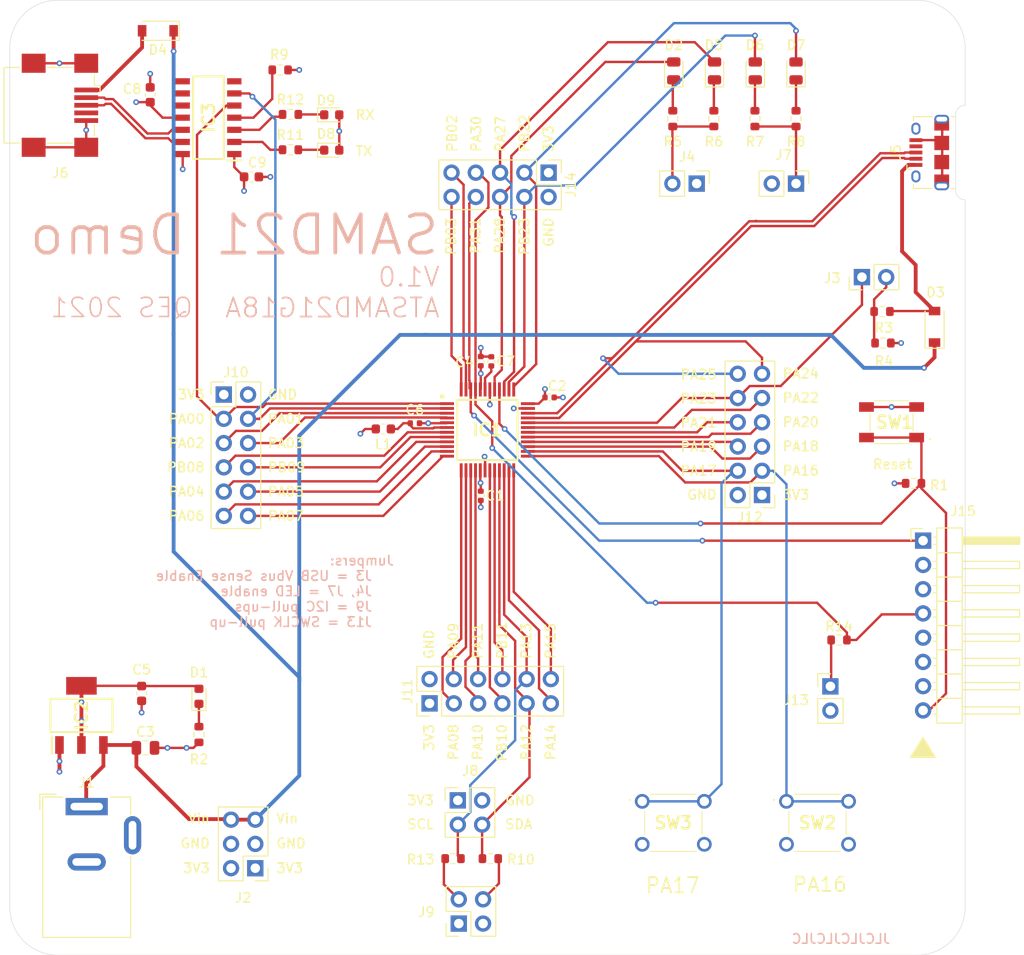
<source format=kicad_pcb>
(kicad_pcb (version 20171130) (host pcbnew "(5.1.10)-1")
  (layers (0 F.Cu signal) (1 In1.Cu signal hide) (2 In2.Cu signal hide) (31 B.Cu signal) (36 B.SilkS user) (37 F.SilkS user) (38 B.Mask user) (39 F.Mask user) (44 Edge.Cuts user))
  (net 0 "")
  (net 1 GND)
  (net 2 VCC3V3)
  (net 3 VIN)
  (net 4 VDDANA)
  (net 5 VDDCORE)
  (net 6 "Net-(D1-Pad1)")
  (net 7 PA28)
  (net 8 "Net-(D2-Pad1)")
  (net 9 "Net-(D3-Pad2)")
  (net 10 "Net-(D4-Pad2)")
  (net 11 PA27)
  (net 12 "Net-(D5-Pad1)")
  (net 13 PB23)
  (net 14 "Net-(D6-Pad1)")
  (net 15 PB22)
  (net 16 "Net-(D7-Pad1)")
  (net 17 "Net-(D8-Pad1)")
  (net 18 "Net-(D9-Pad1)")
  (net 19 SWDIO)
  (net 20 SWCLK)
  (net 21 RESET)
  (net 22 D+)
  (net 23 D-)
  (net 24 PA23)
  (net 25 PA22)
  (net 26 PA21)
  (net 27 PA20)
  (net 28 PA19)
  (net 29 PA18)
  (net 30 PA17)
  (net 31 PA16)
  (net 32 PA15)
  (net 33 PA14)
  (net 34 PB11)
  (net 35 PB10)
  (net 36 PA11)
  (net 37 PA10)
  (net 38 PA09)
  (net 39 PA08)
  (net 40 PA07)
  (net 41 PA06)
  (net 42 PA05)
  (net 43 PA04)
  (net 44 PB09)
  (net 45 PB08)
  (net 46 PA03)
  (net 47 PA02)
  (net 48 SERCOM1_PAD1)
  (net 49 SERCOM1_PAD0)
  (net 50 Serial_D+)
  (net 51 Serial_D-)
  (net 52 "Net-(IC3-Pad10)")
  (net 53 "Net-(IC3-Pad9)")
  (net 54 "Net-(IC3-Pad8)")
  (net 55 "Net-(IC3-Pad7)")
  (net 56 "Net-(IC3-Pad4)")
  (net 57 "Net-(IC3-Pad3)")
  (net 58 "Net-(IC3-Pad2)")
  (net 59 "Net-(J3-Pad2)")
  (net 60 "Net-(J4-Pad2)")
  (net 61 "Net-(J5-Pad4)")
  (net 62 "Net-(J6-Pad4)")
  (net 63 "Net-(J7-Pad1)")
  (net 64 "Net-(J9-Pad4)")
  (net 65 "Net-(J9-Pad2)")
  (net 66 "Net-(J13-Pad1)")
  (net 67 "Net-(J15-Pad5)")
  (net 68 "Net-(J15-Pad3)")
  (net 69 "Net-(J15-Pad2)")
  (net 70 PB03)
  (net 71 PB02)
  (net 72 SERCOM2_PAD1)
  (net 73 SERCOM2_PAD0)
  (module Connector_USB:USB_Micro-B_Amphenol_10118194_Horizontal (layer F.Cu) (at 161.25 55.95 90)
    (fp_text reference J5 (at 0 -3.5 90) (layer F.SilkS))
    (fp_text value USB_B_Micro hide)
    (pad 6 thru_hole oval (at 3.5 1.3 90) (size 0.89 1.55) (drill oval 0.5 1.15) (layers *.Cu *.Mask) (net 1 GND))
    (pad 6 thru_hole oval (at -3.5 1.3 90) (size 0.89 1.55) (drill oval 0.5 1.15) (layers *.Cu *.Mask) (net 1 GND))
    (pad 6 smd rect (at 2.9 1.3 90) (size 1.2 1.55) (layers F.Cu F.Paste F.Mask) (net 1 GND))
    (pad 6 smd rect (at -2.9 1.3 90) (size 1.2 1.55) (layers F.Cu F.Paste F.Mask) (net 1 GND))
    (pad 6 smd rect (at 1 1.3 90) (size 1.5 1.55) (layers F.Cu F.Paste F.Mask) (net 1 GND))
    (pad 6 smd rect (at -1 1.3 90) (size 1.5 1.55) (layers F.Cu F.Paste F.Mask) (net 1 GND))
    (pad 6 thru_hole oval (at 2.5 -1.4 90) (size 1.25 0.95) (drill oval 0.85 0.55) (layers *.Cu *.Mask) (net 1 GND))
    (pad 6 thru_hole oval (at -2.5 -1.4 90) (size 1.25 0.95) (drill oval 0.85 0.55) (layers *.Cu *.Mask) (net 1 GND))
    (pad 5 smd rect (at 1.3 -1.4 90) (size 0.4 1.35) (layers F.Cu F.Paste F.Mask) (net 1 GND))
    (pad 4 smd rect (at 0.65 -1.4 90) (size 0.4 1.35) (layers F.Cu F.Paste F.Mask) (net 61 "Net-(J5-Pad4)"))
    (pad 3 smd rect (at 0 -1.4 90) (size 0.4 1.35) (layers F.Cu F.Paste F.Mask) (net 22 D+))
    (pad 2 smd rect (at -0.65 -1.4 90) (size 0.4 1.35) (layers F.Cu F.Paste F.Mask) (net 23 D-))
    (pad 1 smd rect (at -1.3 -1.4 90) (size 0.4 1.35) (layers F.Cu F.Paste F.Mask) (net 9 "Net-(D3-Pad2)"))
  )
  (module Connector_BarrelJack:BarrelJack_Wuerth_6941xx301002 (layer F.Cu) (at 73.05 124.45)
    (fp_text reference J1 (at 0 -2.5) (layer F.SilkS))
    (fp_text value Barrel_Jack_Switch)
    (pad 1 thru_hole rect (at 0 0) (size 4.4 1.8) (drill oval 3.4 0.8) (layers *.Cu *.Mask) (net 3 VIN))
    (pad 2 thru_hole oval (at 0 5.8) (size 4 1.8) (drill oval 3 0.8) (layers *.Cu *.Mask) (net 1 GND))
    (pad 3 thru_hole oval (at 4.8 3 90) (size 4 1.8) (drill oval 3 0.8) (layers *.Cu *.Mask) (net 1 GND))
  )
  (module LED_SMD:LED_0805_2012Metric (layer F.Cu) (at 147.3 47.4 90)
    (fp_text reference D7 (at 2.7 0 180) (layer F.SilkS))
    (fp_text value Green)
    (pad 2 smd roundrect (at 0.9375 0 90) (size 0.975 1.4) (layers F.Cu F.Paste F.Mask) (net 15 PB22))
    (pad 1 smd roundrect (at -0.9375 0 90) (size 0.975 1.4) (layers F.Cu F.Paste F.Mask) (net 16 "Net-(D7-Pad1)"))
  )
  (module LED_SMD:LED_0805_2012Metric (layer F.Cu) (at 143.033332 47.4 90)
    (fp_text reference D6 (at 2.7 -0.033332 180) (layer F.SilkS))
    (fp_text value Blue)
    (pad 2 smd roundrect (at 0.9375 0 90) (size 0.975 1.4) (layers F.Cu F.Paste F.Mask) (net 13 PB23))
    (pad 1 smd roundrect (at -0.9375 0 90) (size 0.975 1.4) (layers F.Cu F.Paste F.Mask) (net 14 "Net-(D6-Pad1)"))
  )
  (module LED_SMD:LED_0805_2012Metric (layer F.Cu) (at 138.766666 47.4 90)
    (fp_text reference D5 (at 2.7 -0.066666 180) (layer F.SilkS))
    (fp_text value Yellow)
    (pad 2 smd roundrect (at 0.9375 0 90) (size 0.975 1.4) (layers F.Cu F.Paste F.Mask) (net 11 PA27))
    (pad 1 smd roundrect (at -0.9375 0 90) (size 0.975 1.4) (layers F.Cu F.Paste F.Mask) (net 12 "Net-(D5-Pad1)"))
  )
  (module LED_SMD:LED_0805_2012Metric (layer F.Cu) (at 134.5 47.4 90)
    (fp_text reference D2 (at 2.7 0 180) (layer F.SilkS))
    (fp_text value Red)
    (pad 2 smd roundrect (at 0.9375 0 90) (size 0.975 1.4) (layers F.Cu F.Paste F.Mask) (net 7 PA28))
    (pad 1 smd roundrect (at -0.9375 0 90) (size 0.975 1.4) (layers F.Cu F.Paste F.Mask) (net 8 "Net-(D2-Pad1)"))
  )
  (module Connector_PinHeader_2.54mm:PinHeader_2x03_P2.54mm_Vertical (layer F.Cu) (at 90.7 130.9 180)
    (fp_text reference J2 (at 1.27 -3.1) (layer F.SilkS))
    (fp_text value Power)
    (pad 6 thru_hole oval (at 2.54 5.08 180) (size 1.7 1.7) (drill 1) (layers *.Cu *.Mask) (net 3 VIN))
    (pad 5 thru_hole oval (at 0 5.08 180) (size 1.7 1.7) (drill 1) (layers *.Cu *.Mask) (net 3 VIN))
    (pad 4 thru_hole oval (at 2.54 2.54 180) (size 1.7 1.7) (drill 1) (layers *.Cu *.Mask) (net 1 GND))
    (pad 3 thru_hole oval (at 0 2.54 180) (size 1.7 1.7) (drill 1) (layers *.Cu *.Mask) (net 1 GND))
    (pad 2 thru_hole oval (at 2.54 0 180) (size 1.7 1.7) (drill 1) (layers *.Cu *.Mask) (net 2 VCC3V3))
    (pad 1 thru_hole rect (at 0 0 180) (size 1.7 1.7) (drill 1) (layers *.Cu *.Mask) (net 2 VCC3V3))
  )
  (module Connector_PinHeader_2.54mm:PinHeader_2x06_P2.54mm_Vertical (layer F.Cu) (at 143.74 91.82 180)
    (fp_text reference J12 (at 1.27 -2.33) (layer F.SilkS))
    (fp_text value Conn_02x06_Odd_Even)
    (pad 12 thru_hole oval (at 2.54 12.7 180) (size 1.7 1.7) (drill 1) (layers *.Cu *.Mask) (net 22 D+))
    (pad 11 thru_hole oval (at 0 12.7 180) (size 1.7 1.7) (drill 1) (layers *.Cu *.Mask) (net 23 D-))
    (pad 10 thru_hole oval (at 2.54 10.16 180) (size 1.7 1.7) (drill 1) (layers *.Cu *.Mask) (net 24 PA23))
    (pad 9 thru_hole oval (at 0 10.16 180) (size 1.7 1.7) (drill 1) (layers *.Cu *.Mask) (net 25 PA22))
    (pad 8 thru_hole oval (at 2.54 7.62 180) (size 1.7 1.7) (drill 1) (layers *.Cu *.Mask) (net 26 PA21))
    (pad 7 thru_hole oval (at 0 7.62 180) (size 1.7 1.7) (drill 1) (layers *.Cu *.Mask) (net 27 PA20))
    (pad 6 thru_hole oval (at 2.54 5.08 180) (size 1.7 1.7) (drill 1) (layers *.Cu *.Mask) (net 28 PA19))
    (pad 5 thru_hole oval (at 0 5.08 180) (size 1.7 1.7) (drill 1) (layers *.Cu *.Mask) (net 29 PA18))
    (pad 4 thru_hole oval (at 2.54 2.54 180) (size 1.7 1.7) (drill 1) (layers *.Cu *.Mask) (net 30 PA17))
    (pad 3 thru_hole oval (at 0 2.54 180) (size 1.7 1.7) (drill 1) (layers *.Cu *.Mask) (net 31 PA16))
    (pad 2 thru_hole oval (at 2.54 0 180) (size 1.7 1.7) (drill 1) (layers *.Cu *.Mask) (net 1 GND))
    (pad 1 thru_hole rect (at 0 0 180) (size 1.7 1.7) (drill 1) (layers *.Cu *.Mask) (net 2 VCC3V3))
  )
  (module SamacSys_Parts:FSM16JH (layer F.Cu) (at 131.2 123.9 180)
    (fp_text reference SW3 (at -3.25 -2.25) (layer F.SilkS) (effects (font (size 1.27 1.27) (thickness 0.254))))
    (fp_text value SW_MEC_5E hide)
    (pad 4 thru_hole circle (at -6.5 -4.5 180) (size 1.54 1.54) (drill 0.99) (layers *.Cu *.Mask) (net 1 GND))
    (pad 3 thru_hole circle (at 0 -4.5 180) (size 1.54 1.54) (drill 0.99) (layers *.Cu *.Mask) (net 1 GND))
    (pad 2 thru_hole circle (at -6.5 0 180) (size 1.54 1.54) (drill 0.99) (layers *.Cu *.Mask) (net 30 PA17))
    (pad 1 thru_hole circle (at 0 0 180) (size 1.54 1.54) (drill 0.99) (layers *.Cu *.Mask) (net 30 PA17))
  )
  (module SamacSys_Parts:FSM16JH (layer F.Cu) (at 146.3 123.9 180)
    (fp_text reference SW2 (at -3.25 -2.25) (layer F.SilkS) (effects (font (size 1.27 1.27) (thickness 0.254))))
    (fp_text value SW_MEC_5E hide)
    (pad 4 thru_hole circle (at -6.5 -4.5 180) (size 1.54 1.54) (drill 0.99) (layers *.Cu *.Mask) (net 1 GND))
    (pad 3 thru_hole circle (at 0 -4.5 180) (size 1.54 1.54) (drill 0.99) (layers *.Cu *.Mask) (net 1 GND))
    (pad 2 thru_hole circle (at -6.5 0 180) (size 1.54 1.54) (drill 0.99) (layers *.Cu *.Mask) (net 31 PA16))
    (pad 1 thru_hole circle (at 0 0 180) (size 1.54 1.54) (drill 0.99) (layers *.Cu *.Mask) (net 31 PA16))
  )
  (module SamacSys_Parts:PTS647SK38SMTR2LFS (layer F.Cu) (at 157.3 84.2 180)
    (fp_text reference SW1 (at -0.325 0) (layer F.SilkS) (effects (font (size 1.27 1.27) (thickness 0.254))))
    (fp_text value SW_MEC_5E hide)
    (pad 4 smd rect (at 2.625 1.6 270) (size 1 1.55) (layers F.Cu F.Paste F.Mask) (net 1 GND))
    (pad 3 smd rect (at -2.625 1.6 270) (size 1 1.55) (layers F.Cu F.Paste F.Mask) (net 1 GND))
    (pad 2 smd rect (at 2.625 -1.6 270) (size 1 1.55) (layers F.Cu F.Paste F.Mask) (net 21 RESET))
    (pad 1 smd rect (at -2.625 -1.6 270) (size 1 1.55) (layers F.Cu F.Paste F.Mask) (net 21 RESET))
  )
  (module Resistor_SMD:R_0603_1608Metric (layer F.Cu) (at 151.8 107)
    (fp_text reference R14 (at 0 -1.43) (layer F.SilkS))
    (fp_text value 1k)
    (pad 2 smd roundrect (at 0.825 0) (size 0.8 0.95) (layers F.Cu F.Paste F.Mask) (net 20 SWCLK))
    (pad 1 smd roundrect (at -0.825 0) (size 0.8 0.95) (layers F.Cu F.Paste F.Mask) (net 66 "Net-(J13-Pad1)"))
  )
  (module Resistor_SMD:R_0603_1608Metric (layer F.Cu) (at 111.4 129.9 180)
    (fp_text reference R13 (at 3.4 -0.1) (layer F.SilkS))
    (fp_text value 4k7)
    (pad 2 smd roundrect (at 0.825 0 180) (size 0.8 0.95) (layers F.Cu F.Paste F.Mask) (net 65 "Net-(J9-Pad2)"))
    (pad 1 smd roundrect (at -0.825 0 180) (size 0.8 0.95) (layers F.Cu F.Paste F.Mask) (net 72 SERCOM2_PAD1))
  )
  (module Resistor_SMD:R_0603_1608Metric (layer F.Cu) (at 94.375 51.96)
    (fp_text reference R12 (at 0 -1.56) (layer F.SilkS))
    (fp_text value 220R)
    (pad 2 smd roundrect (at 0.825 0) (size 0.8 0.95) (layers F.Cu F.Paste F.Mask) (net 18 "Net-(D9-Pad1)"))
    (pad 1 smd roundrect (at -0.825 0) (size 0.8 0.95) (layers F.Cu F.Paste F.Mask) (net 57 "Net-(IC3-Pad3)"))
  )
  (module Resistor_SMD:R_0603_1608Metric (layer F.Cu) (at 94.375 55.66)
    (fp_text reference R11 (at 0 -1.56) (layer F.SilkS))
    (fp_text value 220R)
    (pad 2 smd roundrect (at 0.825 0) (size 0.8 0.95) (layers F.Cu F.Paste F.Mask) (net 17 "Net-(D8-Pad1)"))
    (pad 1 smd roundrect (at -0.825 0) (size 0.8 0.95) (layers F.Cu F.Paste F.Mask) (net 58 "Net-(IC3-Pad2)"))
  )
  (module Resistor_SMD:R_0603_1608Metric (layer F.Cu) (at 115.3 129.9)
    (fp_text reference R10 (at 3.2 0.1) (layer F.SilkS))
    (fp_text value 4k7)
    (pad 2 smd roundrect (at 0.825 0) (size 0.8 0.95) (layers F.Cu F.Paste F.Mask) (net 64 "Net-(J9-Pad4)"))
    (pad 1 smd roundrect (at -0.825 0) (size 0.8 0.95) (layers F.Cu F.Paste F.Mask) (net 73 SERCOM2_PAD0))
  )
  (module Resistor_SMD:R_0603_1608Metric (layer F.Cu) (at 93.3 47.3 180)
    (fp_text reference R9 (at 0.1 1.6) (layer F.SilkS))
    (fp_text value 10k)
    (pad 2 smd roundrect (at 0.825 0 180) (size 0.8 0.95) (layers F.Cu F.Paste F.Mask) (net 56 "Net-(IC3-Pad4)"))
    (pad 1 smd roundrect (at -0.825 0 180) (size 0.8 0.95) (layers F.Cu F.Paste F.Mask) (net 2 VCC3V3))
  )
  (module Resistor_SMD:R_0603_1608Metric (layer F.Cu) (at 147.3 52.4 270)
    (fp_text reference R8 (at 2.4 0 180) (layer F.SilkS))
    (fp_text value 220R)
    (pad 2 smd roundrect (at 0.825 0 270) (size 0.8 0.95) (layers F.Cu F.Paste F.Mask) (net 63 "Net-(J7-Pad1)"))
    (pad 1 smd roundrect (at -0.825 0 270) (size 0.8 0.95) (layers F.Cu F.Paste F.Mask) (net 16 "Net-(D7-Pad1)"))
  )
  (module Resistor_SMD:R_0603_1608Metric (layer F.Cu) (at 143 52.4 270)
    (fp_text reference R7 (at 2.4 0 180) (layer F.SilkS))
    (fp_text value 62R)
    (pad 2 smd roundrect (at 0.825 0 270) (size 0.8 0.95) (layers F.Cu F.Paste F.Mask) (net 63 "Net-(J7-Pad1)"))
    (pad 1 smd roundrect (at -0.825 0 270) (size 0.8 0.95) (layers F.Cu F.Paste F.Mask) (net 14 "Net-(D6-Pad1)"))
  )
  (module Resistor_SMD:R_0603_1608Metric (layer F.Cu) (at 138.7 52.4 270)
    (fp_text reference R6 (at 2.4 0 180) (layer F.SilkS))
    (fp_text value 220R)
    (pad 2 smd roundrect (at 0.825 0 270) (size 0.8 0.95) (layers F.Cu F.Paste F.Mask) (net 60 "Net-(J4-Pad2)"))
    (pad 1 smd roundrect (at -0.825 0 270) (size 0.8 0.95) (layers F.Cu F.Paste F.Mask) (net 12 "Net-(D5-Pad1)"))
  )
  (module Resistor_SMD:R_0603_1608Metric (layer F.Cu) (at 134.4 52.4 270)
    (fp_text reference R5 (at 2.4 0 180) (layer F.SilkS))
    (fp_text value 220R)
    (pad 2 smd roundrect (at 0.825 0 270) (size 0.8 0.95) (layers F.Cu F.Paste F.Mask) (net 60 "Net-(J4-Pad2)"))
    (pad 1 smd roundrect (at -0.825 0 270) (size 0.8 0.95) (layers F.Cu F.Paste F.Mask) (net 8 "Net-(D2-Pad1)"))
  )
  (module Resistor_SMD:R_0603_1608Metric (layer F.Cu) (at 156.4 75.9)
    (fp_text reference R4 (at 0.1 1.9) (layer F.SilkS))
    (fp_text value 22k)
    (pad 2 smd roundrect (at 0.825 0) (size 0.8 0.95) (layers F.Cu F.Paste F.Mask) (net 1 GND))
    (pad 1 smd roundrect (at -0.825 0) (size 0.8 0.95) (layers F.Cu F.Paste F.Mask) (net 59 "Net-(J3-Pad2)"))
  )
  (module Resistor_SMD:R_0603_1608Metric (layer F.Cu) (at 156.3 72.6 180)
    (fp_text reference R3 (at -0.2 -1.7) (layer F.SilkS))
    (fp_text value 15k)
    (pad 2 smd roundrect (at 0.825 0 180) (size 0.8 0.95) (layers F.Cu F.Paste F.Mask) (net 59 "Net-(J3-Pad2)"))
    (pad 1 smd roundrect (at -0.825 0 180) (size 0.8 0.95) (layers F.Cu F.Paste F.Mask) (net 9 "Net-(D3-Pad2)"))
  )
  (module Resistor_SMD:R_0603_1608Metric (layer F.Cu) (at 84.8 116.9 270)
    (fp_text reference R2 (at 2.6 0 180) (layer F.SilkS))
    (fp_text value 220R)
    (pad 2 smd roundrect (at 0.825 0 270) (size 0.8 0.95) (layers F.Cu F.Paste F.Mask) (net 1 GND))
    (pad 1 smd roundrect (at -0.825 0 270) (size 0.8 0.95) (layers F.Cu F.Paste F.Mask) (net 6 "Net-(D1-Pad1)"))
  )
  (module Resistor_SMD:R_0603_1608Metric (layer F.Cu) (at 159.6 90.6)
    (fp_text reference R1 (at 2.7 0.2) (layer F.SilkS))
    (fp_text value 100k)
    (pad 2 smd roundrect (at 0.825 0) (size 0.8 0.95) (layers F.Cu F.Paste F.Mask) (net 21 RESET))
    (pad 1 smd roundrect (at -0.825 0) (size 0.8 0.95) (layers F.Cu F.Paste F.Mask) (net 2 VCC3V3))
  )
  (module Inductor_SMD:L_0603_1608Metric (layer F.Cu) (at 104.1 84.9 180)
    (fp_text reference L1 (at 0 -1.6) (layer F.SilkS))
    (fp_text value 470R)
    (pad 2 smd roundrect (at 0.7875 0 180) (size 0.875 0.95) (layers F.Cu F.Paste F.Mask) (net 2 VCC3V3))
    (pad 1 smd roundrect (at -0.7875 0 180) (size 0.875 0.95) (layers F.Cu F.Paste F.Mask) (net 4 VDDANA))
  )
  (module Connector_PinHeader_2.54mm:PinHeader_1x08_P2.54mm_Horizontal (layer F.Cu) (at 160.6 96.6)
    (fp_text reference J15 (at 4.2 -3.1) (layer F.SilkS))
    (fp_text value Conn_01x08)
    (pad 8 thru_hole oval (at 0 17.78) (size 1.7 1.7) (drill 1) (layers *.Cu *.Mask) (net 21 RESET))
    (pad 7 thru_hole oval (at 0 15.24) (size 1.7 1.7) (drill 1) (layers *.Cu *.Mask) (net 2 VCC3V3))
    (pad 6 thru_hole oval (at 0 12.7) (size 1.7 1.7) (drill 1) (layers *.Cu *.Mask) (net 1 GND))
    (pad 5 thru_hole oval (at 0 10.16) (size 1.7 1.7) (drill 1) (layers *.Cu *.Mask) (net 67 "Net-(J15-Pad5)"))
    (pad 4 thru_hole oval (at 0 7.62) (size 1.7 1.7) (drill 1) (layers *.Cu *.Mask) (net 20 SWCLK))
    (pad 3 thru_hole oval (at 0 5.08) (size 1.7 1.7) (drill 1) (layers *.Cu *.Mask) (net 68 "Net-(J15-Pad3)"))
    (pad 2 thru_hole oval (at 0 2.54) (size 1.7 1.7) (drill 1) (layers *.Cu *.Mask) (net 69 "Net-(J15-Pad2)"))
    (pad 1 thru_hole rect (at 0 0) (size 1.7 1.7) (drill 1) (layers *.Cu *.Mask) (net 19 SWDIO))
  )
  (module Connector_PinHeader_2.54mm:PinHeader_2x05_P2.54mm_Vertical (layer F.Cu) (at 121.4 58.06 270)
    (fp_text reference J14 (at 1.27 -2.33 90) (layer F.SilkS))
    (fp_text value Conn_02x05_Odd_Even)
    (pad 10 thru_hole oval (at 2.54 10.16 270) (size 1.7 1.7) (drill 1) (layers *.Cu *.Mask) (net 70 PB03))
    (pad 9 thru_hole oval (at 0 10.16 270) (size 1.7 1.7) (drill 1) (layers *.Cu *.Mask) (net 71 PB02))
    (pad 8 thru_hole oval (at 2.54 7.62 270) (size 1.7 1.7) (drill 1) (layers *.Cu *.Mask) (net 19 SWDIO))
    (pad 7 thru_hole oval (at 0 7.62 270) (size 1.7 1.7) (drill 1) (layers *.Cu *.Mask) (net 20 SWCLK))
    (pad 6 thru_hole oval (at 2.54 5.08 270) (size 1.7 1.7) (drill 1) (layers *.Cu *.Mask) (net 7 PA28))
    (pad 5 thru_hole oval (at 0 5.08 270) (size 1.7 1.7) (drill 1) (layers *.Cu *.Mask) (net 11 PA27))
    (pad 4 thru_hole oval (at 2.54 2.54 270) (size 1.7 1.7) (drill 1) (layers *.Cu *.Mask) (net 13 PB23))
    (pad 3 thru_hole oval (at 0 2.54 270) (size 1.7 1.7) (drill 1) (layers *.Cu *.Mask) (net 15 PB22))
    (pad 2 thru_hole oval (at 2.54 0 270) (size 1.7 1.7) (drill 1) (layers *.Cu *.Mask) (net 1 GND))
    (pad 1 thru_hole rect (at 0 0 270) (size 1.7 1.7) (drill 1) (layers *.Cu *.Mask) (net 2 VCC3V3))
  )
  (module Connector_PinHeader_2.54mm:PinHeader_1x02_P2.54mm_Vertical (layer F.Cu) (at 150.9 111.86)
    (fp_text reference J13 (at -3.6 1.44) (layer F.SilkS))
    (fp_text value Conn_01x02)
    (pad 2 thru_hole oval (at 0 2.54) (size 1.7 1.7) (drill 1) (layers *.Cu *.Mask) (net 2 VCC3V3))
    (pad 1 thru_hole rect (at 0 0) (size 1.7 1.7) (drill 1) (layers *.Cu *.Mask) (net 66 "Net-(J13-Pad1)"))
  )
  (module Connector_PinHeader_2.54mm:PinHeader_2x06_P2.54mm_Vertical (layer F.Cu) (at 108.94 113.64 90)
    (fp_text reference J11 (at 1.27 -2.33 90) (layer F.SilkS))
    (fp_text value Conn_02x06_Odd_Even)
    (pad 12 thru_hole oval (at 2.54 12.7 90) (size 1.7 1.7) (drill 1) (layers *.Cu *.Mask) (net 32 PA15))
    (pad 11 thru_hole oval (at 0 12.7 90) (size 1.7 1.7) (drill 1) (layers *.Cu *.Mask) (net 33 PA14))
    (pad 10 thru_hole oval (at 2.54 10.16 90) (size 1.7 1.7) (drill 1) (layers *.Cu *.Mask) (net 72 SERCOM2_PAD1))
    (pad 9 thru_hole oval (at 0 10.16 90) (size 1.7 1.7) (drill 1) (layers *.Cu *.Mask) (net 73 SERCOM2_PAD0))
    (pad 8 thru_hole oval (at 2.54 7.62 90) (size 1.7 1.7) (drill 1) (layers *.Cu *.Mask) (net 34 PB11))
    (pad 7 thru_hole oval (at 0 7.62 90) (size 1.7 1.7) (drill 1) (layers *.Cu *.Mask) (net 35 PB10))
    (pad 6 thru_hole oval (at 2.54 5.08 90) (size 1.7 1.7) (drill 1) (layers *.Cu *.Mask) (net 36 PA11))
    (pad 5 thru_hole oval (at 0 5.08 90) (size 1.7 1.7) (drill 1) (layers *.Cu *.Mask) (net 37 PA10))
    (pad 4 thru_hole oval (at 2.54 2.54 90) (size 1.7 1.7) (drill 1) (layers *.Cu *.Mask) (net 38 PA09))
    (pad 3 thru_hole oval (at 0 2.54 90) (size 1.7 1.7) (drill 1) (layers *.Cu *.Mask) (net 39 PA08))
    (pad 2 thru_hole oval (at 2.54 0 90) (size 1.7 1.7) (drill 1) (layers *.Cu *.Mask) (net 1 GND))
    (pad 1 thru_hole rect (at 0 0 90) (size 1.7 1.7) (drill 1) (layers *.Cu *.Mask) (net 2 VCC3V3))
  )
  (module Connector_PinHeader_2.54mm:PinHeader_2x06_P2.54mm_Vertical (layer F.Cu) (at 87.4 81.3)
    (fp_text reference J10 (at 1.27 -2.33) (layer F.SilkS))
    (fp_text value Conn_02x06_Odd_Even)
    (pad 12 thru_hole oval (at 2.54 12.7) (size 1.7 1.7) (drill 1) (layers *.Cu *.Mask) (net 40 PA07))
    (pad 11 thru_hole oval (at 0 12.7) (size 1.7 1.7) (drill 1) (layers *.Cu *.Mask) (net 41 PA06))
    (pad 10 thru_hole oval (at 2.54 10.16) (size 1.7 1.7) (drill 1) (layers *.Cu *.Mask) (net 42 PA05))
    (pad 9 thru_hole oval (at 0 10.16) (size 1.7 1.7) (drill 1) (layers *.Cu *.Mask) (net 43 PA04))
    (pad 8 thru_hole oval (at 2.54 7.62) (size 1.7 1.7) (drill 1) (layers *.Cu *.Mask) (net 44 PB09))
    (pad 7 thru_hole oval (at 0 7.62) (size 1.7 1.7) (drill 1) (layers *.Cu *.Mask) (net 45 PB08))
    (pad 6 thru_hole oval (at 2.54 5.08) (size 1.7 1.7) (drill 1) (layers *.Cu *.Mask) (net 46 PA03))
    (pad 5 thru_hole oval (at 0 5.08) (size 1.7 1.7) (drill 1) (layers *.Cu *.Mask) (net 47 PA02))
    (pad 4 thru_hole oval (at 2.54 2.54) (size 1.7 1.7) (drill 1) (layers *.Cu *.Mask) (net 48 SERCOM1_PAD1))
    (pad 3 thru_hole oval (at 0 2.54) (size 1.7 1.7) (drill 1) (layers *.Cu *.Mask) (net 49 SERCOM1_PAD0))
    (pad 2 thru_hole oval (at 2.54 0) (size 1.7 1.7) (drill 1) (layers *.Cu *.Mask) (net 1 GND))
    (pad 1 thru_hole rect (at 0 0) (size 1.7 1.7) (drill 1) (layers *.Cu *.Mask) (net 2 VCC3V3))
  )
  (module Connector_PinHeader_2.54mm:PinHeader_2x02_P2.54mm_Vertical (layer F.Cu) (at 112 136.7 90)
    (fp_text reference J9 (at 1.2 -3.4 180) (layer F.SilkS))
    (fp_text value Conn_02x02_Odd_Even)
    (pad 4 thru_hole oval (at 2.54 2.54 90) (size 1.7 1.7) (drill 1) (layers *.Cu *.Mask) (net 64 "Net-(J9-Pad4)"))
    (pad 3 thru_hole oval (at 0 2.54 90) (size 1.7 1.7) (drill 1) (layers *.Cu *.Mask) (net 2 VCC3V3))
    (pad 2 thru_hole oval (at 2.54 0 90) (size 1.7 1.7) (drill 1) (layers *.Cu *.Mask) (net 65 "Net-(J9-Pad2)"))
    (pad 1 thru_hole rect (at 0 0 90) (size 1.7 1.7) (drill 1) (layers *.Cu *.Mask) (net 2 VCC3V3))
  )
  (module Connector_PinHeader_2.54mm:PinHeader_2x02_P2.54mm_Vertical (layer F.Cu) (at 111.9 123.8)
    (fp_text reference J8 (at 1.3 -3.1) (layer F.SilkS))
    (fp_text value Conn_02x02_Odd_Even)
    (pad 4 thru_hole oval (at 2.54 2.54) (size 1.7 1.7) (drill 1) (layers *.Cu *.Mask) (net 73 SERCOM2_PAD0))
    (pad 3 thru_hole oval (at 0 2.54) (size 1.7 1.7) (drill 1) (layers *.Cu *.Mask) (net 72 SERCOM2_PAD1))
    (pad 2 thru_hole oval (at 2.54 0) (size 1.7 1.7) (drill 1) (layers *.Cu *.Mask) (net 1 GND))
    (pad 1 thru_hole rect (at 0 0) (size 1.7 1.7) (drill 1) (layers *.Cu *.Mask) (net 2 VCC3V3))
  )
  (module Connector_PinHeader_2.54mm:PinHeader_1x02_P2.54mm_Vertical (layer F.Cu) (at 147.3 59.2 270)
    (fp_text reference J7 (at -3 1.3 180) (layer F.SilkS))
    (fp_text value Conn_01x02)
    (pad 2 thru_hole oval (at 0 2.54 270) (size 1.7 1.7) (drill 1) (layers *.Cu *.Mask) (net 1 GND))
    (pad 1 thru_hole rect (at 0 0 270) (size 1.7 1.7) (drill 1) (layers *.Cu *.Mask) (net 63 "Net-(J7-Pad1)"))
  )
  (module Connector_USB:USB_Mini-B_Wuerth_65100516121_Horizontal (layer F.Cu) (at 70.4 51 270)
    (fp_text reference J6 (at 7.1 0.1 180) (layer F.SilkS))
    (fp_text value USB_B_Mini)
    (pad "" np_thru_hole circle (at 2.2 0 270) (size 0.9 0.9) (drill 0.9) (layers *.Cu *.Mask))
    (pad "" np_thru_hole circle (at -2.2 0 270) (size 0.9 0.9) (drill 0.9) (layers *.Cu *.Mask))
    (pad 5 smd rect (at 1.6 -2.6 270) (size 0.5 2.5) (layers F.Cu F.Paste F.Mask) (net 1 GND))
    (pad 4 smd rect (at 0.8 -2.6 270) (size 0.5 2.5) (layers F.Cu F.Paste F.Mask) (net 62 "Net-(J6-Pad4)"))
    (pad 3 smd rect (at 0 -2.6 270) (size 0.5 2.5) (layers F.Cu F.Paste F.Mask) (net 50 Serial_D+))
    (pad 2 smd rect (at -0.8 -2.6 270) (size 0.5 2.5) (layers F.Cu F.Paste F.Mask) (net 51 Serial_D-))
    (pad 1 smd rect (at -1.6 -2.6 270) (size 0.5 2.5) (layers F.Cu F.Paste F.Mask) (net 10 "Net-(D4-Pad2)"))
    (pad 6 smd rect (at 4.4 -2.6 270) (size 2 2.5) (layers F.Cu F.Paste F.Mask) (net 1 GND))
    (pad 6 smd rect (at -4.4 -2.6 270) (size 2 2.5) (layers F.Cu F.Paste F.Mask) (net 1 GND))
    (pad 6 smd rect (at 4.4 2.9 270) (size 2 2.5) (layers F.Cu F.Paste F.Mask) (net 1 GND))
    (pad 6 smd rect (at -4.4 2.9 270) (size 2 2.5) (layers F.Cu F.Paste F.Mask) (net 1 GND))
  )
  (module Connector_PinHeader_2.54mm:PinHeader_1x02_P2.54mm_Vertical (layer F.Cu) (at 136.9 59.2 270)
    (fp_text reference J4 (at -2.8 1 180) (layer F.SilkS))
    (fp_text value Conn_01x02)
    (pad 2 thru_hole oval (at 0 2.54 270) (size 1.7 1.7) (drill 1) (layers *.Cu *.Mask) (net 60 "Net-(J4-Pad2)"))
    (pad 1 thru_hole rect (at 0 0 270) (size 1.7 1.7) (drill 1) (layers *.Cu *.Mask) (net 1 GND))
  )
  (module Connector_PinHeader_2.54mm:PinHeader_1x02_P2.54mm_Vertical (layer F.Cu) (at 154.2 69 90)
    (fp_text reference J3 (at -0.1 -3.1 180) (layer F.SilkS))
    (fp_text value Conn_01x02)
    (pad 2 thru_hole oval (at 0 2.54 90) (size 1.7 1.7) (drill 1) (layers *.Cu *.Mask) (net 59 "Net-(J3-Pad2)"))
    (pad 1 thru_hole rect (at 0 0 90) (size 1.7 1.7) (drill 1) (layers *.Cu *.Mask) (net 24 PA23))
  )
  (module SamacSys_Parts:SOIC127P600X175-14N (layer F.Cu) (at 85.8 52.3 180)
    (fp_text reference IC3 (at 0 0 270) (layer F.SilkS) (effects (font (size 1.27 1.27) (thickness 0.254))))
    (fp_text value MCP2221-I_SL hide)
    (pad 14 smd rect (at 2.7 -3.81 270) (size 0.65 1.5) (layers F.Cu F.Paste F.Mask) (net 1 GND))
    (pad 13 smd rect (at 2.7 -2.54 270) (size 0.65 1.5) (layers F.Cu F.Paste F.Mask) (net 50 Serial_D+))
    (pad 12 smd rect (at 2.7 -1.27 270) (size 0.65 1.5) (layers F.Cu F.Paste F.Mask) (net 51 Serial_D-))
    (pad 11 smd rect (at 2.7 0 270) (size 0.65 1.5) (layers F.Cu F.Paste F.Mask) (net 2 VCC3V3))
    (pad 10 smd rect (at 2.7 1.27 270) (size 0.65 1.5) (layers F.Cu F.Paste F.Mask) (net 52 "Net-(IC3-Pad10)"))
    (pad 9 smd rect (at 2.7 2.54 270) (size 0.65 1.5) (layers F.Cu F.Paste F.Mask) (net 53 "Net-(IC3-Pad9)"))
    (pad 8 smd rect (at 2.7 3.81 270) (size 0.65 1.5) (layers F.Cu F.Paste F.Mask) (net 54 "Net-(IC3-Pad8)"))
    (pad 7 smd rect (at -2.7 3.81 270) (size 0.65 1.5) (layers F.Cu F.Paste F.Mask) (net 55 "Net-(IC3-Pad7)"))
    (pad 6 smd rect (at -2.7 2.54 270) (size 0.65 1.5) (layers F.Cu F.Paste F.Mask) (net 48 SERCOM1_PAD1))
    (pad 5 smd rect (at -2.7 1.27 270) (size 0.65 1.5) (layers F.Cu F.Paste F.Mask) (net 49 SERCOM1_PAD0))
    (pad 4 smd rect (at -2.7 0 270) (size 0.65 1.5) (layers F.Cu F.Paste F.Mask) (net 56 "Net-(IC3-Pad4)"))
    (pad 3 smd rect (at -2.7 -1.27 270) (size 0.65 1.5) (layers F.Cu F.Paste F.Mask) (net 57 "Net-(IC3-Pad3)"))
    (pad 2 smd rect (at -2.7 -2.54 270) (size 0.65 1.5) (layers F.Cu F.Paste F.Mask) (net 58 "Net-(IC3-Pad2)"))
    (pad 1 smd rect (at -2.7 -3.81 270) (size 0.65 1.5) (layers F.Cu F.Paste F.Mask) (net 2 VCC3V3))
  )
  (module SamacSys_Parts:SOT230P700X180-4N (layer F.Cu) (at 72.5 114.9 90)
    (fp_text reference IC2 (at 0 0 90) (layer F.SilkS) (effects (font (size 1.27 1.27) (thickness 0.254))))
    (fp_text value AZ1117IH-3.3TRG1 hide)
    (pad 4 smd rect (at 3.1 0 90) (size 1.85 3.2) (layers F.Cu F.Paste F.Mask) (net 2 VCC3V3))
    (pad 3 smd rect (at -3.1 2.3 180) (size 0.9 1.85) (layers F.Cu F.Paste F.Mask) (net 3 VIN))
    (pad 2 smd rect (at -3.1 0 180) (size 0.9 1.85) (layers F.Cu F.Paste F.Mask) (net 2 VCC3V3))
    (pad 1 smd rect (at -3.1 -2.3 180) (size 0.9 1.85) (layers F.Cu F.Paste F.Mask) (net 1 GND))
  )
  (module SamacSys_Parts:QFP50P900X900X120-48N (layer F.Cu) (at 115 85)
    (fp_text reference IC1 (at 0 0) (layer F.SilkS) (effects (font (size 1.27 1.27) (thickness 0.254))))
    (fp_text value ATSAMD21G18A-AU hide)
    (pad 48 smd rect (at -2.75 -4.238) (size 0.3 1.475) (layers F.Cu F.Paste F.Mask) (net 70 PB03))
    (pad 47 smd rect (at -2.25 -4.238) (size 0.3 1.475) (layers F.Cu F.Paste F.Mask) (net 71 PB02))
    (pad 46 smd rect (at -1.75 -4.238) (size 0.3 1.475) (layers F.Cu F.Paste F.Mask) (net 19 SWDIO))
    (pad 45 smd rect (at -1.25 -4.238) (size 0.3 1.475) (layers F.Cu F.Paste F.Mask) (net 20 SWCLK))
    (pad 44 smd rect (at -0.75 -4.238) (size 0.3 1.475) (layers F.Cu F.Paste F.Mask) (net 2 VCC3V3))
    (pad 43 smd rect (at -0.25 -4.238) (size 0.3 1.475) (layers F.Cu F.Paste F.Mask) (net 5 VDDCORE))
    (pad 42 smd rect (at 0.25 -4.238) (size 0.3 1.475) (layers F.Cu F.Paste F.Mask) (net 1 GND))
    (pad 41 smd rect (at 0.75 -4.238) (size 0.3 1.475) (layers F.Cu F.Paste F.Mask) (net 7 PA28))
    (pad 40 smd rect (at 1.25 -4.238) (size 0.3 1.475) (layers F.Cu F.Paste F.Mask) (net 21 RESET))
    (pad 39 smd rect (at 1.75 -4.238) (size 0.3 1.475) (layers F.Cu F.Paste F.Mask) (net 11 PA27))
    (pad 38 smd rect (at 2.25 -4.238) (size 0.3 1.475) (layers F.Cu F.Paste F.Mask) (net 13 PB23))
    (pad 37 smd rect (at 2.75 -4.238) (size 0.3 1.475) (layers F.Cu F.Paste F.Mask) (net 15 PB22))
    (pad 36 smd rect (at 4.238 -2.75 90) (size 0.3 1.475) (layers F.Cu F.Paste F.Mask) (net 2 VCC3V3))
    (pad 35 smd rect (at 4.238 -2.25 90) (size 0.3 1.475) (layers F.Cu F.Paste F.Mask) (net 1 GND))
    (pad 34 smd rect (at 4.238 -1.75 90) (size 0.3 1.475) (layers F.Cu F.Paste F.Mask) (net 22 D+))
    (pad 33 smd rect (at 4.238 -1.25 90) (size 0.3 1.475) (layers F.Cu F.Paste F.Mask) (net 23 D-))
    (pad 32 smd rect (at 4.238 -0.75 90) (size 0.3 1.475) (layers F.Cu F.Paste F.Mask) (net 24 PA23))
    (pad 31 smd rect (at 4.238 -0.25 90) (size 0.3 1.475) (layers F.Cu F.Paste F.Mask) (net 25 PA22))
    (pad 30 smd rect (at 4.238 0.25 90) (size 0.3 1.475) (layers F.Cu F.Paste F.Mask) (net 26 PA21))
    (pad 29 smd rect (at 4.238 0.75 90) (size 0.3 1.475) (layers F.Cu F.Paste F.Mask) (net 27 PA20))
    (pad 28 smd rect (at 4.238 1.25 90) (size 0.3 1.475) (layers F.Cu F.Paste F.Mask) (net 28 PA19))
    (pad 27 smd rect (at 4.238 1.75 90) (size 0.3 1.475) (layers F.Cu F.Paste F.Mask) (net 29 PA18))
    (pad 26 smd rect (at 4.238 2.25 90) (size 0.3 1.475) (layers F.Cu F.Paste F.Mask) (net 30 PA17))
    (pad 25 smd rect (at 4.238 2.75 90) (size 0.3 1.475) (layers F.Cu F.Paste F.Mask) (net 31 PA16))
    (pad 24 smd rect (at 2.75 4.238) (size 0.3 1.475) (layers F.Cu F.Paste F.Mask) (net 32 PA15))
    (pad 23 smd rect (at 2.25 4.238) (size 0.3 1.475) (layers F.Cu F.Paste F.Mask) (net 33 PA14))
    (pad 22 smd rect (at 1.75 4.238) (size 0.3 1.475) (layers F.Cu F.Paste F.Mask) (net 72 SERCOM2_PAD1))
    (pad 21 smd rect (at 1.25 4.238) (size 0.3 1.475) (layers F.Cu F.Paste F.Mask) (net 73 SERCOM2_PAD0))
    (pad 20 smd rect (at 0.75 4.238) (size 0.3 1.475) (layers F.Cu F.Paste F.Mask) (net 34 PB11))
    (pad 19 smd rect (at 0.25 4.238) (size 0.3 1.475) (layers F.Cu F.Paste F.Mask) (net 35 PB10))
    (pad 18 smd rect (at -0.25 4.238) (size 0.3 1.475) (layers F.Cu F.Paste F.Mask) (net 1 GND))
    (pad 17 smd rect (at -0.75 4.238) (size 0.3 1.475) (layers F.Cu F.Paste F.Mask) (net 2 VCC3V3))
    (pad 16 smd rect (at -1.25 4.238) (size 0.3 1.475) (layers F.Cu F.Paste F.Mask) (net 36 PA11))
    (pad 15 smd rect (at -1.75 4.238) (size 0.3 1.475) (layers F.Cu F.Paste F.Mask) (net 37 PA10))
    (pad 14 smd rect (at -2.25 4.238) (size 0.3 1.475) (layers F.Cu F.Paste F.Mask) (net 38 PA09))
    (pad 13 smd rect (at -2.75 4.238) (size 0.3 1.475) (layers F.Cu F.Paste F.Mask) (net 39 PA08))
    (pad 12 smd rect (at -4.238 2.75 90) (size 0.3 1.475) (layers F.Cu F.Paste F.Mask) (net 40 PA07))
    (pad 11 smd rect (at -4.238 2.25 90) (size 0.3 1.475) (layers F.Cu F.Paste F.Mask) (net 41 PA06))
    (pad 10 smd rect (at -4.238 1.75 90) (size 0.3 1.475) (layers F.Cu F.Paste F.Mask) (net 42 PA05))
    (pad 9 smd rect (at -4.238 1.25 90) (size 0.3 1.475) (layers F.Cu F.Paste F.Mask) (net 43 PA04))
    (pad 8 smd rect (at -4.238 0.75 90) (size 0.3 1.475) (layers F.Cu F.Paste F.Mask) (net 44 PB09))
    (pad 7 smd rect (at -4.238 0.25 90) (size 0.3 1.475) (layers F.Cu F.Paste F.Mask) (net 45 PB08))
    (pad 6 smd rect (at -4.238 -0.25 90) (size 0.3 1.475) (layers F.Cu F.Paste F.Mask) (net 4 VDDANA))
    (pad 5 smd rect (at -4.238 -0.75 90) (size 0.3 1.475) (layers F.Cu F.Paste F.Mask) (net 1 GND))
    (pad 4 smd rect (at -4.238 -1.25 90) (size 0.3 1.475) (layers F.Cu F.Paste F.Mask) (net 46 PA03))
    (pad 3 smd rect (at -4.238 -1.75 90) (size 0.3 1.475) (layers F.Cu F.Paste F.Mask) (net 47 PA02))
    (pad 2 smd rect (at -4.238 -2.25 90) (size 0.3 1.475) (layers F.Cu F.Paste F.Mask) (net 48 SERCOM1_PAD1))
    (pad 1 smd rect (at -4.238 -2.75 90) (size 0.3 1.475) (layers F.Cu F.Paste F.Mask) (net 49 SERCOM1_PAD0))
  )
  (module LED_SMD:LED_0603_1608Metric (layer F.Cu) (at 98.7 52)
    (fp_text reference D9 (at -0.6 -1.5) (layer F.SilkS))
    (fp_text value Yellow)
    (pad 2 smd roundrect (at 0.7875 0) (size 0.875 0.95) (layers F.Cu F.Paste F.Mask) (net 2 VCC3V3))
    (pad 1 smd roundrect (at -0.7875 0) (size 0.875 0.95) (layers F.Cu F.Paste F.Mask) (net 18 "Net-(D9-Pad1)"))
  )
  (module LED_SMD:LED_0603_1608Metric (layer F.Cu) (at 98.7 55.7)
    (fp_text reference D8 (at -0.6 -1.7) (layer F.SilkS))
    (fp_text value Green)
    (pad 2 smd roundrect (at 0.7875 0) (size 0.875 0.95) (layers F.Cu F.Paste F.Mask) (net 2 VCC3V3))
    (pad 1 smd roundrect (at -0.7875 0) (size 0.875 0.95) (layers F.Cu F.Paste F.Mask) (net 17 "Net-(D8-Pad1)"))
  )
  (module Diode_SMD:D_SOD-123 (layer F.Cu) (at 80.5 43.2 180)
    (fp_text reference D4 (at 0 -2) (layer F.SilkS))
    (fp_text value MBR0520LT)
    (pad 2 smd rect (at 1.65 0 180) (size 0.9 1.2) (layers F.Cu F.Paste F.Mask) (net 10 "Net-(D4-Pad2)"))
    (pad 1 smd rect (at -1.65 0 180) (size 0.9 1.2) (layers F.Cu F.Paste F.Mask) (net 3 VIN))
  )
  (module Diode_SMD:D_SOD-123 (layer F.Cu) (at 161.8 74.2 90)
    (fp_text reference D3 (at 3.6 0.1 180) (layer F.SilkS))
    (fp_text value MBR0520LT)
    (pad 2 smd rect (at 1.65 0 90) (size 0.9 1.2) (layers F.Cu F.Paste F.Mask) (net 9 "Net-(D3-Pad2)"))
    (pad 1 smd rect (at -1.65 0 90) (size 0.9 1.2) (layers F.Cu F.Paste F.Mask) (net 3 VIN))
  )
  (module LED_SMD:LED_0603_1608Metric (layer F.Cu) (at 84.8 112.9 90)
    (fp_text reference D1 (at 2.5 0 180) (layer F.SilkS))
    (fp_text value Red)
    (pad 2 smd roundrect (at 0.7875 0 90) (size 0.875 0.95) (layers F.Cu F.Paste F.Mask) (net 2 VCC3V3))
    (pad 1 smd roundrect (at -0.7875 0 90) (size 0.875 0.95) (layers F.Cu F.Paste F.Mask) (net 6 "Net-(D1-Pad1)"))
  )
  (module Capacitor_SMD:C_0603_1608Metric (layer F.Cu) (at 90.3 58.5)
    (fp_text reference C9 (at 0.6 -1.5) (layer F.SilkS))
    (fp_text value 220n)
    (pad 2 smd roundrect (at 0.775 0) (size 0.9 0.95) (layers F.Cu F.Paste F.Mask) (net 1 GND))
    (pad 1 smd roundrect (at -0.775 0) (size 0.9 0.95) (layers F.Cu F.Paste F.Mask) (net 2 VCC3V3))
  )
  (module Capacitor_SMD:C_0603_1608Metric (layer F.Cu) (at 79.7 49.9 270)
    (fp_text reference C8 (at -0.6 1.9 180) (layer F.SilkS))
    (fp_text value 100n)
    (pad 2 smd roundrect (at 0.775 0 270) (size 0.9 0.95) (layers F.Cu F.Paste F.Mask) (net 2 VCC3V3))
    (pad 1 smd roundrect (at -0.775 0 270) (size 0.9 0.95) (layers F.Cu F.Paste F.Mask) (net 1 GND))
  )
  (module Capacitor_SMD:C_0402_1005Metric (layer F.Cu) (at 115.4 77.82 90)
    (fp_text reference C7 (at 0 1.5 180) (layer F.SilkS))
    (fp_text value "1 uF")
    (pad 2 smd roundrect (at 0.48 0 90) (size 0.56 0.62) (layers F.Cu F.Paste F.Mask) (net 1 GND))
    (pad 1 smd roundrect (at -0.48 0 90) (size 0.56 0.62) (layers F.Cu F.Paste F.Mask) (net 5 VDDCORE))
  )
  (module Capacitor_SMD:C_0402_1005Metric (layer F.Cu) (at 107.4 84.3)
    (fp_text reference C6 (at 0 -1.4) (layer F.SilkS))
    (fp_text value 100n)
    (pad 2 smd roundrect (at 0.48 0) (size 0.56 0.62) (layers F.Cu F.Paste F.Mask) (net 1 GND))
    (pad 1 smd roundrect (at -0.48 0) (size 0.56 0.62) (layers F.Cu F.Paste F.Mask) (net 4 VDDANA))
  )
  (module Capacitor_SMD:C_0603_1608Metric (layer F.Cu) (at 78.8 112.6 270)
    (fp_text reference C5 (at -2.5 0 180) (layer F.SilkS))
    (fp_text value 22uF)
    (pad 2 smd roundrect (at 0.775 0 270) (size 0.9 0.95) (layers F.Cu F.Paste F.Mask) (net 1 GND))
    (pad 1 smd roundrect (at -0.775 0 270) (size 0.9 0.95) (layers F.Cu F.Paste F.Mask) (net 2 VCC3V3))
  )
  (module Capacitor_SMD:C_0402_1005Metric (layer F.Cu) (at 114.3 77.8 90)
    (fp_text reference C4 (at -0.1 -1.7 180) (layer F.SilkS))
    (fp_text value 100n)
    (pad 2 smd roundrect (at 0.48 0 90) (size 0.56 0.62) (layers F.Cu F.Paste F.Mask) (net 1 GND))
    (pad 1 smd roundrect (at -0.48 0 90) (size 0.56 0.62) (layers F.Cu F.Paste F.Mask) (net 2 VCC3V3))
  )
  (module Capacitor_SMD:C_0805_2012Metric (layer F.Cu) (at 79.2 118.3)
    (fp_text reference C3 (at 0 -1.68) (layer F.SilkS))
    (fp_text value 10uF)
    (pad 2 smd roundrect (at 0.95 0) (size 1 1.45) (layers F.Cu F.Paste F.Mask) (net 1 GND))
    (pad 1 smd roundrect (at -0.95 0) (size 1 1.45) (layers F.Cu F.Paste F.Mask) (net 3 VIN))
  )
  (module Capacitor_SMD:C_0402_1005Metric (layer F.Cu) (at 121.5 81.6)
    (fp_text reference C2 (at 0.8 -1.2) (layer F.SilkS))
    (fp_text value 100n)
    (pad 2 smd roundrect (at 0.48 0) (size 0.56 0.62) (layers F.Cu F.Paste F.Mask) (net 1 GND))
    (pad 1 smd roundrect (at -0.48 0) (size 0.56 0.62) (layers F.Cu F.Paste F.Mask) (net 2 VCC3V3))
  )
  (module Capacitor_SMD:C_0402_1005Metric (layer F.Cu) (at 114.3 91.9 270)
    (fp_text reference C1 (at 0 -1.5 180) (layer F.SilkS))
    (fp_text value 100n)
    (pad 2 smd roundrect (at 0.48 0 270) (size 0.56 0.62) (layers F.Cu F.Paste F.Mask) (net 1 GND))
    (pad 1 smd roundrect (at -0.48 0 270) (size 0.56 0.62) (layers F.Cu F.Paste F.Mask) (net 2 VCC3V3))
  )
  (gr_text GND (at 121.4 64.3 90) (layer F.SilkS) (effects (font (size 1 1) (thickness 0.16))))
  (gr_text PB23 (at 118.85 64.728571 90) (layer F.SilkS) (effects (font (size 1 1) (thickness 0.16))))
  (gr_text PA28 (at 116.3 64.657143 90) (layer F.SilkS) (effects (font (size 1 1) (thickness 0.16))))
  (gr_text PB03 (at 111.2 64.728571 90) (layer F.SilkS) (effects (font (size 1 1) (thickness 0.16))))
  (gr_text PA31 (at 113.75 64.657143 90) (layer F.SilkS) (effects (font (size 1 1) (thickness 0.16))))
  (gr_text PA30 (at 113.825 54 90) (layer F.SilkS) (effects (font (size 1 1) (thickness 0.16))))
  (gr_text 3V3 (at 121.4 54.5 90) (layer F.SilkS) (effects (font (size 1 1) (thickness 0.16))))
  (gr_text PB22 (at 118.875 53.928571 90) (layer F.SilkS) (effects (font (size 1 1) (thickness 0.16))))
  (gr_text PA27 (at 116.35 54 90) (layer F.SilkS) (effects (font (size 1 1) (thickness 0.16))))
  (gr_text PB02 (at 111.3 53.928571 90) (layer F.SilkS) (effects (font (size 1 1) (thickness 0.16))))
  (gr_text PA15 (at 121.6 107.1 90) (layer F.SilkS) (effects (font (size 1 1) (thickness 0.16))))
  (gr_text PA13 (at 119.06 107.1 90) (layer F.SilkS) (effects (font (size 1 1) (thickness 0.16))))
  (gr_text PB11 (at 116.52 107.028571 90) (layer F.SilkS) (effects (font (size 1 1) (thickness 0.16))))
  (gr_text PA11 (at 113.98 107.1 90) (layer F.SilkS) (effects (font (size 1 1) (thickness 0.16))))
  (gr_text PA09 (at 111.44 107.1 90) (layer F.SilkS) (effects (font (size 1 1) (thickness 0.16))))
  (gr_text GND (at 108.9 107.457143 90) (layer F.SilkS) (effects (font (size 1 1) (thickness 0.16))))
  (gr_text PA12 (at 119.06 117.7 90) (layer F.SilkS) (effects (font (size 1 1) (thickness 0.16))))
  (gr_text PA14 (at 121.6 117.7 90) (layer F.SilkS) (effects (font (size 1 1) (thickness 0.16))))
  (gr_text PB10 (at 116.52 117.771428 90) (layer F.SilkS) (effects (font (size 1 1) (thickness 0.16))))
  (gr_text PA10 (at 113.98 117.7 90) (layer F.SilkS) (effects (font (size 1 1) (thickness 0.16))))
  (gr_text PA08 (at 111.44 117.7 90) (layer F.SilkS) (effects (font (size 1 1) (thickness 0.16))))
  (gr_text 3V3 (at 108.9 117.2 90) (layer F.SilkS) (effects (font (size 1 1) (thickness 0.16))))
  (gr_text PA25 (at 137.1 79.2) (layer F.SilkS) (effects (font (size 1 1) (thickness 0.16))))
  (gr_text PA23 (at 137.1 81.72) (layer F.SilkS) (effects (font (size 1 1) (thickness 0.16))))
  (gr_text PA21 (at 137.1 84.24) (layer F.SilkS) (effects (font (size 1 1) (thickness 0.16))))
  (gr_text PA19 (at 137.1 86.76) (layer F.SilkS) (effects (font (size 1 1) (thickness 0.16))))
  (gr_text PA17 (at 137.1 89.28) (layer F.SilkS) (effects (font (size 1 1) (thickness 0.16))))
  (gr_text PA24 (at 147.8 79.1) (layer F.SilkS) (effects (font (size 1 1) (thickness 0.16))))
  (gr_text PA22 (at 147.8 81.64) (layer F.SilkS) (effects (font (size 1 1) (thickness 0.16))))
  (gr_text PA20 (at 147.8 84.18) (layer F.SilkS) (effects (font (size 1 1) (thickness 0.16))))
  (gr_text PA18 (at 147.8 86.72) (layer F.SilkS) (effects (font (size 1 1) (thickness 0.16))))
  (gr_text PA16 (at 147.8 89.26) (layer F.SilkS) (effects (font (size 1 1) (thickness 0.16))))
  (gr_text 3V3 (at 147.3 91.8) (layer F.SilkS) (effects (font (size 1 1) (thickness 0.16))))
  (gr_text GND (at 137.457143 91.8) (layer F.SilkS) (effects (font (size 1 1) (thickness 0.16))))
  (gr_text 3V3 (at 84 81.3) (layer F.SilkS) (effects (font (size 1 1) (thickness 0.16))))
  (gr_text GND (at 93.542857 81.3) (layer F.SilkS) (effects (font (size 1 1) (thickness 0.16))))
  (gr_text PA01 (at 93.9 83.84) (layer F.SilkS) (effects (font (size 1 1) (thickness 0.16))))
  (gr_text PA00 (at 83.5 83.84) (layer F.SilkS) (effects (font (size 1 1) (thickness 0.16))))
  (gr_text PA07 (at 93.9 94) (layer F.SilkS) (effects (font (size 1 1) (thickness 0.16))))
  (gr_text PA06 (at 83.5 94) (layer F.SilkS) (effects (font (size 1 1) (thickness 0.16))))
  (gr_text PA05 (at 93.9 91.46) (layer F.SilkS) (effects (font (size 1 1) (thickness 0.16))))
  (gr_text PA04 (at 83.5 91.46) (layer F.SilkS) (effects (font (size 1 1) (thickness 0.16))))
  (gr_text PB09 (at 93.971429 88.92) (layer F.SilkS) (effects (font (size 1 1) (thickness 0.16))))
  (gr_text PB08 (at 83.428572 88.92) (layer F.SilkS) (effects (font (size 1 1) (thickness 0.16))))
  (gr_text PA03 (at 93.9 86.38) (layer F.SilkS) (effects (font (size 1 1) (thickness 0.16))))
  (gr_text PA02 (at 83.5 86.38) (layer F.SilkS) (effects (font (size 1 1) (thickness 0.16))))
  (gr_line (start 165 51) (end 165 45) (layer Edge.Cuts) (width 0.05))
  (gr_line (start 164 52) (end 164 59.9) (layer Edge.Cuts) (width 0.05))
  (gr_arc (start 165 59.9) (end 164 59.9) (angle -90) (layer Edge.Cuts) (width 0.05))
  (gr_arc (start 165 52) (end 165 51) (angle -90) (layer Edge.Cuts) (width 0.05))
  (gr_text "Jumpers:\n   J3 = USB Vbus Sense Enable\n   J4, J7 = LED enable\n   J9 = I2C pull-ups\n   J13 = SWCLK pull-up" (at 105.3 101.9) (layer B.SilkS) (effects (font (size 1 1) (thickness 0.16)) (justify left mirror)))
  (gr_text JLCJLCJLCJLC (at 152 138.3) (layer B.SilkS) (effects (font (size 1 1) (thickness 0.16)) (justify mirror)))
  (gr_text "QES 2021" (at 76.7 72.2) (layer B.SilkS) (effects (font (size 2 2) (thickness 0.16)) (justify mirror)))
  (gr_text "V1.0\nATSAMD21G18A" (at 110.128572 70.6) (layer B.SilkS) (effects (font (size 2 2) (thickness 0.18)) (justify left mirror)))
  (gr_text "SAMD21 Demo" (at 88.5 64.6) (layer B.SilkS) (effects (font (size 4 4) (thickness 0.4)) (justify mirror)))
  (gr_text SCL (at 108 126.3) (layer F.SilkS) (effects (font (size 1 1) (thickness 0.16))))
  (gr_text SDA (at 118.280953 126.3) (layer F.SilkS) (effects (font (size 1 1) (thickness 0.16))))
  (gr_text GND (at 118.4 123.8) (layer F.SilkS) (effects (font (size 1 1) (thickness 0.16))))
  (gr_text 3V3 (at 108 123.8) (layer F.SilkS) (effects (font (size 1 1) (thickness 0.16))))
  (gr_text TX (at 102.080953 55.8) (layer F.SilkS) (effects (font (size 1 1) (thickness 0.16))))
  (gr_text RX (at 102.2 52) (layer F.SilkS) (effects (font (size 1 1) (thickness 0.16))))
  (gr_text Reset (at 157.4 88.6) (layer F.SilkS) (effects (font (size 1 1) (thickness 0.16))))
  (gr_text PA16 (at 149.8 132.6) (layer F.SilkS) (effects (font (size 1.5 1.5) (thickness 0.18))))
  (gr_text PA17 (at 134.4 132.7) (layer F.SilkS) (effects (font (size 1.6 1.5) (thickness 0.18))))
  (gr_text 3V3 (at 94.3 130.9) (layer F.SilkS) (effects (font (size 1 1) (thickness 0.16))))
  (gr_text 3V3 (at 84.542857 130.9) (layer F.SilkS) (effects (font (size 1 1) (thickness 0.16))))
  (gr_text GND (at 94.442857 128.3) (layer F.SilkS) (effects (font (size 1 1) (thickness 0.16))))
  (gr_text GND (at 84.4 128.3) (layer F.SilkS) (effects (font (size 1 1) (thickness 0.16))))
  (gr_text Vin (at 94.038095 125.7) (layer F.SilkS) (effects (font (size 1 1) (thickness 0.16))))
  (gr_text Vin (at 84.804762 125.7) (layer F.SilkS) (effects (font (size 1 1) (thickness 0.16))))
  (gr_poly (pts (xy 161.9 119.3) (xy 159.25 119.3) (xy 160.6 117.2)) (layer F.SilkS) (width 0.1))
  (gr_arc (start 70 135) (end 65 135) (angle -90) (layer Edge.Cuts) (width 0.05))
  (gr_arc (start 70 45) (end 70 40) (angle -90) (layer Edge.Cuts) (width 0.05))
  (gr_arc (start 160 45) (end 165 45) (angle -90) (layer Edge.Cuts) (width 0.05))
  (gr_arc (start 160 135) (end 160 140) (angle -90) (layer Edge.Cuts) (width 0.05))
  (gr_line (start 65 45) (end 65 135) (layer Edge.Cuts) (width 0.05))
  (gr_line (start 160 40) (end 70 40) (layer Edge.Cuts) (width 0.05))
  (gr_line (start 165 135) (end 165 60.9) (layer Edge.Cuts) (width 0.05))
  (gr_line (start 70 140) (end 160 140) (layer Edge.Cuts) (width 0.05))
  (via (at 70.2 120.8) (size 0.6) (drill 0.3) (layers F.Cu B.Cu) (net 1))
  (segment (start 70.2 119.7) (end 70.2 120.8) (width 0.4) (layer F.Cu) (net 1))
  (via (at 70.2 119.7) (size 0.6) (drill 0.3) (layers F.Cu B.Cu) (net 1))
  (segment (start 70.2 118) (end 70.2 119.7) (width 0.4) (layer F.Cu) (net 1))
  (segment (start 78.8 113.375) (end 78.8 114.6) (width 0.25) (layer F.Cu) (net 1))
  (via (at 78.8 114.6) (size 0.6) (drill 0.3) (layers F.Cu B.Cu) (net 1))
  (segment (start 84.225 118.3) (end 84.8 117.725) (width 0.25) (layer F.Cu) (net 1))
  (segment (start 80.15 118.3) (end 81.5 118.3) (width 0.25) (layer F.Cu) (net 1))
  (segment (start 81.5 118.3) (end 83.5 118.3) (width 0.25) (layer F.Cu) (net 1))
  (via (at 81.5 118.3) (size 0.6) (drill 0.3) (layers F.Cu B.Cu) (net 1))
  (segment (start 83.5 118.3) (end 84.225 118.3) (width 0.25) (layer F.Cu) (net 1))
  (via (at 83.5 118.3) (size 0.6) (drill 0.3) (layers F.Cu B.Cu) (net 1))
  (segment (start 67.5 46.6) (end 70.2 46.6) (width 0.25) (layer F.Cu) (net 1))
  (segment (start 67.5 55.4) (end 73 55.4) (width 0.25) (layer F.Cu) (net 1))
  (segment (start 73 55.4) (end 73 53.6) (width 0.25) (layer F.Cu) (net 1))
  (segment (start 73 53.6) (end 73 52.6) (width 0.25) (layer F.Cu) (net 1))
  (via (at 73 53.6) (size 0.6) (drill 0.3) (layers F.Cu B.Cu) (net 1))
  (segment (start 70.2 46.6) (end 73 46.6) (width 0.25) (layer F.Cu) (net 1))
  (via (at 70.2 46.6) (size 0.6) (drill 0.3) (layers F.Cu B.Cu) (net 1))
  (segment (start 83.1 56.11) (end 83.1 57.7) (width 0.25) (layer F.Cu) (net 1))
  (via (at 83.1 57.7) (size 0.6) (drill 0.3) (layers F.Cu B.Cu) (net 1))
  (segment (start 79.7 49.125) (end 79.7 47.7) (width 0.25) (layer F.Cu) (net 1))
  (via (at 79.7 47.7) (size 0.6) (drill 0.3) (layers F.Cu B.Cu) (net 1))
  (via (at 92.27499 58.5) (size 0.6) (drill 0.3) (layers F.Cu B.Cu) (net 1))
  (segment (start 91.075 58.5) (end 92.27499 58.5) (width 0.25) (layer F.Cu) (net 1))
  (segment (start 110.712 84.3) (end 110.762 84.25) (width 0.25) (layer F.Cu) (net 1))
  (segment (start 107.88 84.3) (end 108.8 84.3) (width 0.25) (layer F.Cu) (net 1))
  (segment (start 108.8 84.3) (end 110.712 84.3) (width 0.25) (layer F.Cu) (net 1))
  (via (at 108.8 84.3) (size 0.6) (drill 0.3) (layers F.Cu B.Cu) (net 1))
  (segment (start 115.38 77.32) (end 115.4 77.34) (width 0.25) (layer F.Cu) (net 1))
  (segment (start 114.3 77.32) (end 115.38 77.32) (width 0.25) (layer F.Cu) (net 1))
  (via (at 114.3 76.4) (size 0.6) (drill 0.3) (layers F.Cu B.Cu) (net 1))
  (segment (start 114.3 77.32) (end 114.3 76.4) (width 0.25) (layer F.Cu) (net 1))
  (segment (start 115.25 80.762) (end 115.25 82.35) (width 0.25) (layer F.Cu) (net 1))
  (via (at 115.25 82.35) (size 0.6) (drill 0.3) (layers F.Cu B.Cu) (net 1))
  (segment (start 119.238 82.75) (end 117.75 82.75) (width 0.25) (layer F.Cu) (net 1))
  (via (at 117.75 82.75) (size 0.6) (drill 0.3) (layers F.Cu B.Cu) (net 1))
  (segment (start 121.98 81.6) (end 122.9 81.6) (width 0.25) (layer F.Cu) (net 1))
  (via (at 122.9 81.6) (size 0.6) (drill 0.3) (layers F.Cu B.Cu) (net 1))
  (via (at 114.7 87.8) (size 0.6) (drill 0.3) (layers F.Cu B.Cu) (net 1))
  (segment (start 114.75 87.85) (end 114.7 87.8) (width 0.25) (layer F.Cu) (net 1))
  (segment (start 114.75 89.238) (end 114.75 87.85) (width 0.25) (layer F.Cu) (net 1))
  (segment (start 114.3 92.38) (end 114.3 93.1) (width 0.25) (layer F.Cu) (net 1))
  (via (at 114.3 93.1) (size 0.6) (drill 0.3) (layers F.Cu B.Cu) (net 1))
  (via (at 158.300003 75.899997) (size 0.6) (drill 0.3) (layers F.Cu B.Cu) (net 1))
  (segment (start 157.225 75.9) (end 158.3 75.9) (width 0.25) (layer F.Cu) (net 1))
  (segment (start 158.3 75.9) (end 158.300003 75.899997) (width 0.25) (layer F.Cu) (net 1))
  (segment (start 162.6 52.2) (end 162.6 54.7) (width 0.25) (layer F.Cu) (net 1))
  (segment (start 162.45 54.65) (end 162.6 54.8) (width 0.25) (layer F.Cu) (net 1))
  (segment (start 159.75 54.65) (end 162.45 54.65) (width 0.25) (layer F.Cu) (net 1))
  (segment (start 162.6 54.7) (end 162.6 57.1) (width 0.25) (layer F.Cu) (net 1))
  (segment (start 162.6 57.1) (end 162.6 59.7) (width 0.25) (layer F.Cu) (net 1))
  (segment (start 154.675 82.6) (end 157.3 82.6) (width 0.25) (layer F.Cu) (net 1))
  (segment (start 157.3 82.6) (end 159.925 82.6) (width 0.25) (layer F.Cu) (net 1))
  (via (at 157.3 82.6) (size 0.6) (drill 0.3) (layers F.Cu B.Cu) (net 1))
  (segment (start 72.5 118) (end 72.5 115.5) (width 0.4) (layer F.Cu) (net 2))
  (segment (start 72.5 113.5) (end 72.5 111.8) (width 0.4) (layer F.Cu) (net 2))
  (via (at 72.5 113.5) (size 0.6) (drill 0.3) (layers F.Cu B.Cu) (net 2))
  (segment (start 72.5 115.5) (end 72.5 113.5) (width 0.4) (layer F.Cu) (net 2))
  (via (at 72.5 115.5) (size 0.6) (drill 0.3) (layers F.Cu B.Cu) (net 2))
  (segment (start 78.775 111.8) (end 78.8 111.825) (width 0.25) (layer F.Cu) (net 2))
  (segment (start 72.5 111.8) (end 78.775 111.8) (width 0.25) (layer F.Cu) (net 2))
  (segment (start 84.5125 111.825) (end 84.8 112.1125) (width 0.25) (layer F.Cu) (net 2))
  (segment (start 78.8 111.825) (end 84.5125 111.825) (width 0.25) (layer F.Cu) (net 2))
  (segment (start 99.4875 52) (end 99.4875 53.7125) (width 0.25) (layer F.Cu) (net 2))
  (segment (start 99.4875 53.7125) (end 99.4875 55.7) (width 0.25) (layer F.Cu) (net 2))
  (via (at 99.4875 53.7125) (size 0.6) (drill 0.3) (layers F.Cu B.Cu) (net 2))
  (segment (start 88.5 57.475) (end 89.525 58.5) (width 0.25) (layer F.Cu) (net 2))
  (segment (start 88.5 56.11) (end 88.5 57.475) (width 0.25) (layer F.Cu) (net 2))
  (segment (start 89.525 58.5) (end 89.525 59.975) (width 0.25) (layer F.Cu) (net 2))
  (via (at 89.525 59.975) (size 0.6) (drill 0.3) (layers F.Cu B.Cu) (net 2))
  (segment (start 79.7 50.675) (end 79.7 51) (width 0.25) (layer F.Cu) (net 2))
  (segment (start 81 52.3) (end 83.1 52.3) (width 0.25) (layer F.Cu) (net 2))
  (segment (start 79.7 51) (end 81 52.3) (width 0.25) (layer F.Cu) (net 2))
  (segment (start 79.7 50.675) (end 78.225 50.675) (width 0.25) (layer F.Cu) (net 2))
  (via (at 78.225 50.675) (size 0.6) (drill 0.3) (layers F.Cu B.Cu) (net 2))
  (segment (start 94.125 47.3) (end 95.3 47.3) (width 0.25) (layer F.Cu) (net 2))
  (via (at 95.3 47.3) (size 0.6) (drill 0.3) (layers F.Cu B.Cu) (net 2))
  (segment (start 103.3125 84.9) (end 102.2 84.9) (width 0.25) (layer F.Cu) (net 2))
  (via (at 101.7 85.4) (size 0.6) (drill 0.3) (layers F.Cu B.Cu) (net 2))
  (segment (start 102.2 84.9) (end 101.7 85.4) (width 0.25) (layer F.Cu) (net 2))
  (segment (start 114.3 80.712) (end 114.25 80.762) (width 0.25) (layer F.Cu) (net 2))
  (segment (start 114.3 78.28) (end 114.3 79.1) (width 0.25) (layer F.Cu) (net 2))
  (segment (start 114.3 79.1) (end 114.3 80.712) (width 0.25) (layer F.Cu) (net 2))
  (via (at 114.3 79.1) (size 0.6) (drill 0.3) (layers F.Cu B.Cu) (net 2))
  (segment (start 120.37 82.25) (end 121.02 81.6) (width 0.25) (layer F.Cu) (net 2))
  (segment (start 119.238 82.25) (end 120.37 82.25) (width 0.25) (layer F.Cu) (net 2))
  (segment (start 121.02 81.6) (end 121.02 80.72) (width 0.25) (layer F.Cu) (net 2))
  (via (at 121.02 80.72) (size 0.6) (drill 0.3) (layers F.Cu B.Cu) (net 2))
  (segment (start 114.25 90.52499) (end 114.27501 90.55) (width 0.25) (layer F.Cu) (net 2))
  (via (at 114.27501 90.55) (size 0.6) (drill 0.3) (layers F.Cu B.Cu) (net 2))
  (segment (start 114.25 89.238) (end 114.25 90.52499) (width 0.25) (layer F.Cu) (net 2))
  (segment (start 114.3 91.42) (end 114.3 90.57499) (width 0.25) (layer F.Cu) (net 2))
  (segment (start 114.3 90.57499) (end 114.27501 90.55) (width 0.25) (layer F.Cu) (net 2))
  (segment (start 158.775 90.6) (end 157.6 90.6) (width 0.25) (layer F.Cu) (net 2))
  (via (at 157.6 90.6) (size 0.6) (drill 0.3) (layers F.Cu B.Cu) (net 2))
  (segment (start 73 124) (end 73 122) (width 0.4) (layer F.Cu) (net 3))
  (segment (start 74.8 120.2) (end 74.8 118) (width 0.4) (layer F.Cu) (net 3))
  (segment (start 73 122) (end 74.8 120.2) (width 0.4) (layer F.Cu) (net 3))
  (segment (start 77.95 118) (end 78.25 118.3) (width 0.4) (layer F.Cu) (net 3))
  (segment (start 78.25 118.3) (end 78.25 120.25) (width 0.4) (layer F.Cu) (net 3))
  (segment (start 78.25 120.25) (end 83.76 125.76) (width 0.4) (layer F.Cu) (net 3))
  (segment (start 82.15 43.2) (end 82.15 45.35) (width 0.4) (layer F.Cu) (net 3))
  (via (at 82.15 45.35) (size 0.6) (drill 0.3) (layers F.Cu B.Cu) (net 3))
  (segment (start 74.8 118) (end 77.95 118) (width 0.4) (layer F.Cu) (net 3))
  (segment (start 88.1 125.76) (end 88.16 125.82) (width 0.4) (layer F.Cu) (net 3))
  (segment (start 83.76 125.76) (end 88.1 125.76) (width 0.4) (layer F.Cu) (net 3))
  (segment (start 88.16 125.82) (end 90.7 125.82) (width 0.4) (layer F.Cu) (net 3))
  (segment (start 150.95 75.05) (end 154.4 78.5) (width 0.4) (layer B.Cu) (net 3))
  (via (at 160.7 78.5) (size 0.6) (drill 0.3) (layers F.Cu B.Cu) (net 3))
  (segment (start 154.4 78.5) (end 160.7 78.5) (width 0.4) (layer B.Cu) (net 3))
  (segment (start 160.7 78.5) (end 161.8 77.4) (width 0.4) (layer F.Cu) (net 3))
  (segment (start 161.8 77.4) (end 161.8 75.85) (width 0.4) (layer F.Cu) (net 3))
  (segment (start 108.65 75.05) (end 105.85 75.05) (width 0.4) (layer B.Cu) (net 3))
  (segment (start 108.35 75.05) (end 108.65 75.05) (width 0.4) (layer B.Cu) (net 3))
  (segment (start 108.65 75.05) (end 150.95 75.05) (width 0.4) (layer B.Cu) (net 3))
  (segment (start 105.85 75.05) (end 95.3 85.6) (width 0.4) (layer B.Cu) (net 3))
  (segment (start 95.3 121.22) (end 90.7 125.82) (width 0.4) (layer B.Cu) (net 3))
  (segment (start 82.15 74.85) (end 82.15 97.75) (width 0.4) (layer B.Cu) (net 3))
  (segment (start 82.15 45.35) (end 82.15 74.85) (width 0.4) (layer B.Cu) (net 3))
  (segment (start 82.15 74.85) (end 82.15 75.05) (width 0.4) (layer B.Cu) (net 3))
  (segment (start 82.15 97.75) (end 95.3 110.9) (width 0.4) (layer B.Cu) (net 3))
  (segment (start 95.3 111.3) (end 95.3 121.22) (width 0.4) (layer B.Cu) (net 3))
  (segment (start 95.3 110.9) (end 95.3 111.3) (width 0.4) (layer B.Cu) (net 3))
  (segment (start 95.3 85.6) (end 95.3 111.3) (width 0.4) (layer B.Cu) (net 3))
  (segment (start 106.82 84.4) (end 106.92 84.3) (width 0.25) (layer F.Cu) (net 4))
  (segment (start 106.92 84.3) (end 106.92 84.52) (width 0.25) (layer F.Cu) (net 4))
  (segment (start 106.92 84.52) (end 107.23501 84.83501) (width 0.25) (layer F.Cu) (net 4))
  (segment (start 109.42002 84.75) (end 110.762 84.75) (width 0.25) (layer F.Cu) (net 4))
  (segment (start 109.33501 84.83501) (end 109.42002 84.75) (width 0.25) (layer F.Cu) (net 4))
  (segment (start 107.23501 84.83501) (end 109.33501 84.83501) (width 0.25) (layer F.Cu) (net 4))
  (segment (start 104.8875 84.9) (end 105.6 84.9) (width 0.25) (layer F.Cu) (net 4))
  (segment (start 106.2 84.3) (end 106.92 84.3) (width 0.25) (layer F.Cu) (net 4))
  (segment (start 105.6 84.9) (end 106.2 84.3) (width 0.25) (layer F.Cu) (net 4))
  (segment (start 114.75 80.762) (end 114.75 79.55) (width 0.25) (layer F.Cu) (net 5))
  (segment (start 115.4 78.9) (end 115.4 78.3) (width 0.25) (layer F.Cu) (net 5))
  (segment (start 114.75 79.55) (end 115.4 78.9) (width 0.25) (layer F.Cu) (net 5))
  (segment (start 84.8 113.6875) (end 84.8 116.075) (width 0.25) (layer F.Cu) (net 6))
  (segment (start 115.75 80.762) (end 115.75 79.45) (width 0.25) (layer F.Cu) (net 7))
  (segment (start 115.75 79.45) (end 116.5 78.7) (width 0.25) (layer F.Cu) (net 7))
  (segment (start 116.5 78.7) (end 116.5 62.7) (width 0.25) (layer F.Cu) (net 7))
  (segment (start 116.32 62.52) (end 116.32 60.6) (width 0.25) (layer F.Cu) (net 7))
  (segment (start 116.5 62.7) (end 116.32 62.52) (width 0.25) (layer F.Cu) (net 7))
  (segment (start 127.3375 46.4625) (end 134.5 46.4625) (width 0.25) (layer F.Cu) (net 7))
  (segment (start 117.5 59.42) (end 117.5 56.3) (width 0.25) (layer F.Cu) (net 7))
  (segment (start 117.5 56.3) (end 127.3375 46.4625) (width 0.25) (layer F.Cu) (net 7))
  (segment (start 116.32 60.6) (end 117.5 59.42) (width 0.25) (layer F.Cu) (net 7))
  (segment (start 134.4 48.4375) (end 134.5 48.3375) (width 0.25) (layer F.Cu) (net 8))
  (segment (start 134.4 51.575) (end 134.4 48.4375) (width 0.25) (layer F.Cu) (net 8))
  (segment (start 157.175 72.55) (end 157.125 72.6) (width 0.25) (layer F.Cu) (net 9))
  (segment (start 161.8 72.55) (end 157.175 72.55) (width 0.25) (layer F.Cu) (net 9))
  (segment (start 159.825011 70.575011) (end 161.8 72.55) (width 0.4) (layer F.Cu) (net 9))
  (segment (start 159.75 57.25) (end 159.05 57.25) (width 0.4) (layer F.Cu) (net 9))
  (segment (start 159.05 57.25) (end 158.4 57.9) (width 0.4) (layer F.Cu) (net 9))
  (segment (start 158.4 57.9) (end 158.4 66.3) (width 0.4) (layer F.Cu) (net 9))
  (segment (start 159.825011 67.725011) (end 159.825011 70.575011) (width 0.4) (layer F.Cu) (net 9))
  (segment (start 158.4 66.3) (end 159.825011 67.725011) (width 0.4) (layer F.Cu) (net 9))
  (segment (start 73 49.4) (end 74.4 49.4) (width 0.4) (layer F.Cu) (net 10))
  (segment (start 78.85 44.95) (end 78.85 43.2) (width 0.4) (layer F.Cu) (net 10))
  (segment (start 74.4 49.4) (end 78.85 44.95) (width 0.4) (layer F.Cu) (net 10))
  (segment (start 116.75 80.762) (end 116.75 79.95) (width 0.25) (layer F.Cu) (net 11))
  (segment (start 117.784999 78.915001) (end 117.784999 62.815001) (width 0.25) (layer F.Cu) (net 11))
  (segment (start 116.75 79.95) (end 117.784999 78.915001) (width 0.25) (layer F.Cu) (net 11))
  (via (at 117.8 62.7) (size 0.6) (drill 0.3) (layers F.Cu B.Cu) (net 11))
  (segment (start 117.8 62.8) (end 117.8 62.7) (width 0.25) (layer F.Cu) (net 11))
  (segment (start 117.784999 62.815001) (end 117.8 62.8) (width 0.25) (layer F.Cu) (net 11))
  (segment (start 117.500001 59.240001) (end 116.32 58.06) (width 0.25) (layer B.Cu) (net 11))
  (segment (start 117.500001 62.400001) (end 117.500001 59.240001) (width 0.25) (layer B.Cu) (net 11))
  (segment (start 117.8 62.7) (end 117.500001 62.400001) (width 0.25) (layer B.Cu) (net 11))
  (segment (start 116.32 58.06) (end 116.32 55.68) (width 0.25) (layer F.Cu) (net 11))
  (segment (start 136.7 44.395834) (end 138.766666 46.4625) (width 0.25) (layer F.Cu) (net 11))
  (segment (start 127.604166 44.395834) (end 116.32 55.68) (width 0.25) (layer F.Cu) (net 11))
  (segment (start 136.7 44.395834) (end 127.604166 44.395834) (width 0.25) (layer F.Cu) (net 11))
  (segment (start 138.7 48.404166) (end 138.766666 48.3375) (width 0.25) (layer F.Cu) (net 12))
  (segment (start 138.7 51.575) (end 138.7 48.404166) (width 0.25) (layer F.Cu) (net 12))
  (segment (start 118.86 78.359498) (end 118.86 60.6) (width 0.25) (layer F.Cu) (net 13))
  (segment (start 117.25 79.969498) (end 118.86 78.359498) (width 0.25) (layer F.Cu) (net 13))
  (segment (start 117.25 80.762) (end 117.25 79.969498) (width 0.25) (layer F.Cu) (net 13))
  (segment (start 118.86 60.6) (end 120.06 59.4) (width 0.25) (layer B.Cu) (net 13))
  (segment (start 120.06 59.4) (end 124.2 59.4) (width 0.25) (layer B.Cu) (net 13))
  (segment (start 124.2 59.4) (end 139.9 43.7) (width 0.25) (layer B.Cu) (net 13))
  (via (at 143 43.7) (size 0.6) (drill 0.3) (layers F.Cu B.Cu) (net 13))
  (segment (start 139.9 43.7) (end 143 43.7) (width 0.25) (layer B.Cu) (net 13))
  (segment (start 143 46.429168) (end 143.033332 46.4625) (width 0.25) (layer F.Cu) (net 13))
  (segment (start 143 43.7) (end 143 46.429168) (width 0.25) (layer F.Cu) (net 13))
  (segment (start 143 48.370832) (end 143.033332 48.3375) (width 0.25) (layer F.Cu) (net 14))
  (segment (start 143 51.575) (end 143 48.370832) (width 0.25) (layer F.Cu) (net 14))
  (segment (start 120.1 59.3) (end 118.86 58.06) (width 0.25) (layer F.Cu) (net 15))
  (segment (start 120.1 78.1) (end 120.1 59.3) (width 0.25) (layer F.Cu) (net 15))
  (segment (start 117.75 80.45) (end 120.1 78.1) (width 0.25) (layer F.Cu) (net 15))
  (segment (start 117.75 80.762) (end 117.75 80.45) (width 0.25) (layer F.Cu) (net 15))
  (segment (start 118.86 58.06) (end 134.52 42.4) (width 0.25) (layer B.Cu) (net 15))
  (segment (start 134.52 42.4) (end 146.7 42.4) (width 0.25) (layer B.Cu) (net 15))
  (via (at 147.3 43.2) (size 0.6) (drill 0.3) (layers F.Cu B.Cu) (net 15))
  (segment (start 147.3 43) (end 147.3 43.2) (width 0.25) (layer B.Cu) (net 15))
  (segment (start 146.7 42.4) (end 147.3 43) (width 0.25) (layer B.Cu) (net 15))
  (segment (start 147.3 43.2) (end 147.3 46.4625) (width 0.25) (layer F.Cu) (net 15))
  (segment (start 147.3 51.575) (end 147.3 48.3375) (width 0.25) (layer F.Cu) (net 16))
  (segment (start 97.8725 55.66) (end 97.9125 55.7) (width 0.25) (layer F.Cu) (net 17))
  (segment (start 95.2 55.66) (end 97.8725 55.66) (width 0.25) (layer F.Cu) (net 17))
  (segment (start 97.8725 51.96) (end 97.9125 52) (width 0.25) (layer F.Cu) (net 18))
  (segment (start 95.2 51.96) (end 97.8725 51.96) (width 0.25) (layer F.Cu) (net 18))
  (segment (start 113.25 80.762) (end 113.25 83.15) (width 0.25) (layer F.Cu) (net 19))
  (via (at 113.6 83.5) (size 0.6) (drill 0.3) (layers F.Cu B.Cu) (net 19))
  (segment (start 113.25 83.15) (end 113.6 83.5) (width 0.25) (layer F.Cu) (net 19))
  (segment (start 113.6 83.5) (end 126.7 96.6) (width 0.25) (layer B.Cu) (net 19))
  (segment (start 126.7 96.6) (end 137.5 96.6) (width 0.25) (layer B.Cu) (net 19))
  (via (at 137.5 96.6) (size 0.6) (drill 0.3) (layers F.Cu B.Cu) (net 19))
  (segment (start 160.2 96.6) (end 160.3 96.7) (width 0.25) (layer F.Cu) (net 19))
  (segment (start 113.1 61.28) (end 113.78 60.6) (width 0.25) (layer F.Cu) (net 19))
  (segment (start 113.1 79.819498) (end 113.1 61.28) (width 0.25) (layer F.Cu) (net 19))
  (segment (start 113.125001 80.637001) (end 113.125001 79.844499) (width 0.25) (layer F.Cu) (net 19))
  (segment (start 113.125001 79.844499) (end 113.1 79.819498) (width 0.25) (layer F.Cu) (net 19))
  (segment (start 113.25 80.762) (end 113.125001 80.637001) (width 0.25) (layer F.Cu) (net 19))
  (segment (start 137.5 96.6) (end 160.6 96.6) (width 0.25) (layer F.Cu) (net 19))
  (segment (start 115.1 59.1) (end 114.06 58.06) (width 0.25) (layer F.Cu) (net 20))
  (segment (start 114.06 58.06) (end 113.78 58.06) (width 0.25) (layer F.Cu) (net 20))
  (segment (start 115.1 61.7) (end 115.1 59.1) (width 0.25) (layer F.Cu) (net 20))
  (segment (start 113.75 63.05) (end 115.1 61.7) (width 0.25) (layer F.Cu) (net 20))
  (segment (start 113.75 80.762) (end 113.75 63.05) (width 0.25) (layer F.Cu) (net 20))
  (segment (start 152.625 107) (end 153.6 107) (width 0.25) (layer F.Cu) (net 20))
  (segment (start 153.6 107) (end 156.28 104.32) (width 0.25) (layer F.Cu) (net 20))
  (segment (start 113.75 80.762) (end 113.75 82.35) (width 0.25) (layer F.Cu) (net 20))
  (segment (start 113.75 82.35) (end 115.5 84.1) (width 0.25) (layer F.Cu) (net 20))
  (via (at 115.5 86.9) (size 0.6) (drill 0.3) (layers F.Cu B.Cu) (net 20))
  (segment (start 115.5 84.1) (end 115.5 86.9) (width 0.25) (layer F.Cu) (net 20))
  (segment (start 115.5 86.9) (end 131.7 103.1) (width 0.25) (layer B.Cu) (net 20))
  (via (at 132.6 103.1) (size 0.6) (drill 0.3) (layers F.Cu B.Cu) (net 20))
  (segment (start 131.7 103.1) (end 132.6 103.1) (width 0.25) (layer B.Cu) (net 20))
  (segment (start 132.6 103.1) (end 149.5 103.1) (width 0.25) (layer F.Cu) (net 20))
  (segment (start 152.625 106.225) (end 152.625 107) (width 0.25) (layer F.Cu) (net 20))
  (segment (start 149.5 103.1) (end 152.625 106.225) (width 0.25) (layer F.Cu) (net 20))
  (segment (start 160.5 104.32) (end 160.6 104.22) (width 0.25) (layer F.Cu) (net 20))
  (segment (start 156.28 104.32) (end 160.5 104.32) (width 0.25) (layer F.Cu) (net 20))
  (segment (start 160.425 90.6) (end 160.425 91.125) (width 0.25) (layer F.Cu) (net 21))
  (segment (start 160.425 91.125) (end 163 93.7) (width 0.25) (layer F.Cu) (net 21))
  (segment (start 116.25 80.762) (end 116.25 84.35) (width 0.25) (layer F.Cu) (net 21))
  (via (at 116.8 84.9) (size 0.6) (drill 0.3) (layers F.Cu B.Cu) (net 21))
  (segment (start 116.25 84.35) (end 116.8 84.9) (width 0.25) (layer F.Cu) (net 21))
  (segment (start 116.8 84.9) (end 126.7 94.8) (width 0.25) (layer B.Cu) (net 21))
  (via (at 137.3 94.8) (size 0.6) (drill 0.3) (layers F.Cu B.Cu) (net 21))
  (segment (start 126.7 94.8) (end 137.3 94.8) (width 0.25) (layer B.Cu) (net 21))
  (segment (start 156.225 94.8) (end 160.425 90.6) (width 0.25) (layer F.Cu) (net 21))
  (segment (start 137.3 94.8) (end 156.225 94.8) (width 0.25) (layer F.Cu) (net 21))
  (segment (start 154.675 85.8) (end 159.925 85.8) (width 0.25) (layer F.Cu) (net 21))
  (segment (start 160.425 86.3) (end 159.925 85.8) (width 0.25) (layer F.Cu) (net 21))
  (segment (start 160.425 90.6) (end 160.425 86.3) (width 0.25) (layer F.Cu) (net 21))
  (segment (start 163 93.7) (end 163 112.6) (width 0.25) (layer F.Cu) (net 21))
  (segment (start 161.22 114.38) (end 160.6 114.38) (width 0.25) (layer F.Cu) (net 21))
  (segment (start 163 112.6) (end 161.22 114.38) (width 0.25) (layer F.Cu) (net 21))
  (segment (start 148.996446 63.15) (end 156.121446 56.025) (width 0.25) (layer F.Cu) (net 22))
  (segment (start 119.238 83.25) (end 122.296446 83.25) (width 0.25) (layer F.Cu) (net 22))
  (segment (start 156.121446 56.025) (end 158.624999 56.025) (width 0.25) (layer F.Cu) (net 22))
  (segment (start 158.624999 56.025) (end 158.699999 55.95) (width 0.25) (layer F.Cu) (net 22))
  (segment (start 158.699999 55.95) (end 159.75 55.95) (width 0.25) (layer F.Cu) (net 22))
  (segment (start 143.15 63.15) (end 148.996446 63.15) (width 0.25) (layer F.Cu) (net 22))
  (segment (start 142.396446 63.15) (end 143.15 63.15) (width 0.25) (layer F.Cu) (net 22))
  (segment (start 143.1 63.1) (end 143.15 63.15) (width 0.25) (layer F.Cu) (net 22))
  (segment (start 141.2 79.12) (end 128.72 79.12) (width 0.25) (layer B.Cu) (net 22))
  (segment (start 128.72 79.12) (end 127.1 77.5) (width 0.25) (layer B.Cu) (net 22))
  (segment (start 127.746446 77.8) (end 127.873223 77.673223) (width 0.25) (layer F.Cu) (net 22))
  (segment (start 122.296446 83.25) (end 127.873223 77.673223) (width 0.25) (layer F.Cu) (net 22))
  (via (at 127.1 77.5) (size 0.6) (drill 0.3) (layers F.Cu B.Cu) (net 22))
  (segment (start 128.573223 76.973223) (end 142.396446 63.15) (width 0.25) (layer F.Cu) (net 22))
  (segment (start 127.873223 77.673223) (end 128.573223 76.973223) (width 0.25) (layer F.Cu) (net 22))
  (segment (start 128.046446 77.5) (end 128.573223 76.973223) (width 0.25) (layer F.Cu) (net 22))
  (segment (start 127.1 77.5) (end 128.046446 77.5) (width 0.25) (layer F.Cu) (net 22))
  (segment (start 158.699999 56.6) (end 159.75 56.6) (width 0.25) (layer F.Cu) (net 23))
  (segment (start 156.328554 56.525) (end 158.624999 56.525) (width 0.25) (layer F.Cu) (net 23))
  (segment (start 158.624999 56.525) (end 158.699999 56.6) (width 0.25) (layer F.Cu) (net 23))
  (segment (start 149.203554 63.65) (end 156.328554 56.525) (width 0.25) (layer F.Cu) (net 23))
  (segment (start 142.603554 63.65) (end 149.203554 63.65) (width 0.25) (layer F.Cu) (net 23))
  (segment (start 119.238 83.75) (end 122.503554 83.75) (width 0.25) (layer F.Cu) (net 23))
  (segment (start 143.74 79.12) (end 143.74 77.44) (width 0.25) (layer F.Cu) (net 23))
  (segment (start 142.026777 75.726777) (end 130.526777 75.726777) (width 0.25) (layer F.Cu) (net 23))
  (segment (start 143.74 77.44) (end 142.026777 75.726777) (width 0.25) (layer F.Cu) (net 23))
  (segment (start 130.526777 75.726777) (end 142.603554 63.65) (width 0.25) (layer F.Cu) (net 23))
  (segment (start 122.503554 83.75) (end 130.526777 75.726777) (width 0.25) (layer F.Cu) (net 23))
  (segment (start 141.2 81.66) (end 142.46 80.4) (width 0.25) (layer F.Cu) (net 24))
  (segment (start 142.46 80.4) (end 145.7 80.4) (width 0.25) (layer F.Cu) (net 24))
  (segment (start 154.2 71.9) (end 154.2 69) (width 0.25) (layer F.Cu) (net 24))
  (segment (start 145.7 80.4) (end 154.2 71.9) (width 0.25) (layer F.Cu) (net 24))
  (segment (start 119.238 84.25) (end 132.75 84.25) (width 0.25) (layer F.Cu) (net 24))
  (segment (start 135.34 81.66) (end 141.2 81.66) (width 0.25) (layer F.Cu) (net 24))
  (segment (start 132.75 84.25) (end 135.34 81.66) (width 0.25) (layer F.Cu) (net 24))
  (segment (start 142.5 82.9) (end 143.74 81.66) (width 0.25) (layer F.Cu) (net 25))
  (segment (start 136.4 82.9) (end 142.5 82.9) (width 0.25) (layer F.Cu) (net 25))
  (segment (start 134.55 84.75) (end 136.4 82.9) (width 0.25) (layer F.Cu) (net 25))
  (segment (start 119.238 84.75) (end 134.55 84.75) (width 0.25) (layer F.Cu) (net 25))
  (segment (start 119.238 85.25) (end 136.95 85.25) (width 0.25) (layer F.Cu) (net 26))
  (segment (start 138 84.2) (end 141.2 84.2) (width 0.25) (layer F.Cu) (net 26))
  (segment (start 136.95 85.25) (end 138 84.2) (width 0.25) (layer F.Cu) (net 26))
  (segment (start 142.54 85.4) (end 143.74 84.2) (width 0.25) (layer F.Cu) (net 27))
  (segment (start 138.5 85.4) (end 142.54 85.4) (width 0.25) (layer F.Cu) (net 27))
  (segment (start 138.15 85.75) (end 138.5 85.4) (width 0.25) (layer F.Cu) (net 27))
  (segment (start 119.238 85.75) (end 138.15 85.75) (width 0.25) (layer F.Cu) (net 27))
  (segment (start 140.71 86.25) (end 141.2 86.74) (width 0.25) (layer F.Cu) (net 28))
  (segment (start 119.238 86.25) (end 140.71 86.25) (width 0.25) (layer F.Cu) (net 28))
  (segment (start 142.48 88) (end 143.74 86.74) (width 0.25) (layer F.Cu) (net 29))
  (segment (start 139.6 88) (end 142.48 88) (width 0.25) (layer F.Cu) (net 29))
  (segment (start 138.35 86.75) (end 139.6 88) (width 0.25) (layer F.Cu) (net 29))
  (segment (start 119.238 86.75) (end 138.35 86.75) (width 0.25) (layer F.Cu) (net 29))
  (segment (start 140.82 89.28) (end 141.2 89.28) (width 0.25) (layer B.Cu) (net 30))
  (segment (start 139.5 90.6) (end 140.82 89.28) (width 0.25) (layer B.Cu) (net 30))
  (segment (start 131.2 123.9) (end 137.7 123.9) (width 0.25) (layer B.Cu) (net 30))
  (segment (start 139.5 122.1) (end 139.5 90.6) (width 0.25) (layer B.Cu) (net 30))
  (segment (start 137.7 123.9) (end 139.5 122.1) (width 0.25) (layer B.Cu) (net 30))
  (segment (start 135.38 89.28) (end 141.2 89.28) (width 0.25) (layer F.Cu) (net 30))
  (segment (start 133.35 87.25) (end 135.38 89.28) (width 0.25) (layer F.Cu) (net 30))
  (segment (start 119.238 87.25) (end 133.35 87.25) (width 0.25) (layer F.Cu) (net 30))
  (segment (start 144.08 89.28) (end 143.74 89.28) (width 0.25) (layer F.Cu) (net 31))
  (segment (start 146.3 123.9) (end 152.8 123.9) (width 0.25) (layer B.Cu) (net 31))
  (segment (start 144.88 89.28) (end 143.74 89.28) (width 0.25) (layer B.Cu) (net 31))
  (segment (start 146.3 90.7) (end 144.88 89.28) (width 0.25) (layer B.Cu) (net 31))
  (segment (start 146.3 124) (end 146.3 90.7) (width 0.25) (layer B.Cu) (net 31))
  (segment (start 145.9 124.4) (end 146.3 124) (width 0.25) (layer B.Cu) (net 31))
  (segment (start 142.52 90.5) (end 143.74 89.28) (width 0.25) (layer F.Cu) (net 31))
  (segment (start 135.7 90.5) (end 142.52 90.5) (width 0.25) (layer F.Cu) (net 31))
  (segment (start 132.95 87.75) (end 135.7 90.5) (width 0.25) (layer F.Cu) (net 31))
  (segment (start 119.238 87.75) (end 132.95 87.75) (width 0.25) (layer F.Cu) (net 31))
  (segment (start 117.75 89.238) (end 117.75 101.95) (width 0.25) (layer F.Cu) (net 32))
  (segment (start 121.64 105.84) (end 121.64 111.1) (width 0.25) (layer F.Cu) (net 32))
  (segment (start 117.75 101.95) (end 121.64 105.84) (width 0.25) (layer F.Cu) (net 32))
  (segment (start 121.64 113.310002) (end 121.64 113.64) (width 0.25) (layer F.Cu) (net 33))
  (segment (start 120.4 112.070002) (end 121.64 113.310002) (width 0.25) (layer F.Cu) (net 33))
  (segment (start 117.25 102.85) (end 120.4 106) (width 0.25) (layer F.Cu) (net 33))
  (segment (start 120.4 106) (end 120.4 112.070002) (width 0.25) (layer F.Cu) (net 33))
  (segment (start 117.25 89.238) (end 117.25 102.85) (width 0.25) (layer F.Cu) (net 33))
  (segment (start 115.75 89.238) (end 115.75 107.25) (width 0.25) (layer F.Cu) (net 34))
  (segment (start 116.56 108.06) (end 116.56 111.1) (width 0.25) (layer F.Cu) (net 34))
  (segment (start 115.75 107.25) (end 116.56 108.06) (width 0.25) (layer F.Cu) (net 34))
  (segment (start 115.25 89.238) (end 115.25 111.95) (width 0.25) (layer F.Cu) (net 35))
  (segment (start 116.56 113.26) (end 116.56 113.64) (width 0.25) (layer F.Cu) (net 35))
  (segment (start 115.25 111.95) (end 116.56 113.26) (width 0.25) (layer F.Cu) (net 35))
  (segment (start 113.75 89.238) (end 113.75 108.65) (width 0.25) (layer F.Cu) (net 36))
  (segment (start 114.02 108.92) (end 114.02 111.1) (width 0.25) (layer F.Cu) (net 36))
  (segment (start 113.75 108.65) (end 114.02 108.92) (width 0.25) (layer F.Cu) (net 36))
  (segment (start 114.02 113.230002) (end 114.02 113.64) (width 0.25) (layer F.Cu) (net 37))
  (segment (start 112.7 111.910002) (end 114.02 113.230002) (width 0.25) (layer F.Cu) (net 37))
  (segment (start 112.7 109.2) (end 112.7 111.910002) (width 0.25) (layer F.Cu) (net 37))
  (segment (start 113.25 108.65) (end 112.7 109.2) (width 0.25) (layer F.Cu) (net 37))
  (segment (start 113.25 89.238) (end 113.25 108.65) (width 0.25) (layer F.Cu) (net 37))
  (segment (start 112.75 89.238) (end 112.75 107.75) (width 0.25) (layer F.Cu) (net 38))
  (segment (start 112.75 107.75) (end 111.4 109.1) (width 0.25) (layer F.Cu) (net 38))
  (segment (start 111.4 111.02) (end 111.48 111.1) (width 0.25) (layer F.Cu) (net 38))
  (segment (start 111.4 109.1) (end 111.4 111.02) (width 0.25) (layer F.Cu) (net 38))
  (segment (start 112.25 89.238) (end 112.25 106.85) (width 0.25) (layer F.Cu) (net 39))
  (segment (start 112.25 106.85) (end 110.3 108.8) (width 0.25) (layer F.Cu) (net 39))
  (segment (start 110.3 112.46) (end 111.48 113.64) (width 0.25) (layer F.Cu) (net 39))
  (segment (start 110.3 108.8) (end 110.3 112.46) (width 0.25) (layer F.Cu) (net 39))
  (segment (start 110.762 87.75) (end 110.35 87.75) (width 0.25) (layer F.Cu) (net 40))
  (segment (start 104.1 94) (end 89.94 94) (width 0.25) (layer F.Cu) (net 40))
  (segment (start 110.35 87.75) (end 104.1 94) (width 0.25) (layer F.Cu) (net 40))
  (segment (start 110.762 87.25) (end 109.15 87.25) (width 0.25) (layer F.Cu) (net 41))
  (segment (start 109.15 87.25) (end 103.6 92.8) (width 0.25) (layer F.Cu) (net 41))
  (segment (start 88.6 92.8) (end 87.4 94) (width 0.25) (layer F.Cu) (net 41))
  (segment (start 103.6 92.8) (end 88.6 92.8) (width 0.25) (layer F.Cu) (net 41))
  (segment (start 110.762 86.75) (end 108.45 86.75) (width 0.25) (layer F.Cu) (net 42))
  (segment (start 103.74 91.46) (end 89.94 91.46) (width 0.25) (layer F.Cu) (net 42))
  (segment (start 108.45 86.75) (end 103.74 91.46) (width 0.25) (layer F.Cu) (net 42))
  (segment (start 110.762 86.25) (end 107.55 86.25) (width 0.25) (layer F.Cu) (net 43))
  (segment (start 103.415001 90.384999) (end 88.415001 90.384999) (width 0.25) (layer F.Cu) (net 43))
  (segment (start 107.55 86.25) (end 103.415001 90.384999) (width 0.25) (layer F.Cu) (net 43))
  (segment (start 87.4 91.4) (end 87.4 91.46) (width 0.25) (layer F.Cu) (net 43))
  (segment (start 88.415001 90.384999) (end 87.4 91.4) (width 0.25) (layer F.Cu) (net 43))
  (segment (start 110.762 85.75) (end 106.95 85.75) (width 0.25) (layer F.Cu) (net 44))
  (segment (start 103.78 88.92) (end 89.94 88.92) (width 0.25) (layer F.Cu) (net 44))
  (segment (start 106.95 85.75) (end 103.78 88.92) (width 0.25) (layer F.Cu) (net 44))
  (segment (start 110.762 85.25) (end 106.65 85.25) (width 0.25) (layer F.Cu) (net 45))
  (segment (start 106.65 85.25) (end 104.2 87.7) (width 0.25) (layer F.Cu) (net 45))
  (segment (start 88.62 87.7) (end 87.4 88.92) (width 0.25) (layer F.Cu) (net 45))
  (segment (start 104.2 87.7) (end 88.62 87.7) (width 0.25) (layer F.Cu) (net 45))
  (segment (start 110.71199 83.69999) (end 95.90001 83.69999) (width 0.25) (layer F.Cu) (net 46))
  (segment (start 110.762 83.75) (end 110.71199 83.69999) (width 0.25) (layer F.Cu) (net 46))
  (segment (start 93.22 86.38) (end 89.94 86.38) (width 0.25) (layer F.Cu) (net 46))
  (segment (start 95.90001 83.69999) (end 93.22 86.38) (width 0.25) (layer F.Cu) (net 46))
  (segment (start 88.68 85.1) (end 87.4 86.38) (width 0.25) (layer F.Cu) (net 47))
  (segment (start 91.4 85.1) (end 88.68 85.1) (width 0.25) (layer F.Cu) (net 47))
  (segment (start 93.25 83.25) (end 91.4 85.1) (width 0.25) (layer F.Cu) (net 47))
  (segment (start 110.762 83.25) (end 93.25 83.25) (width 0.25) (layer F.Cu) (net 47))
  (segment (start 88.5 49.76) (end 90.06 49.76) (width 0.25) (layer F.Cu) (net 48))
  (via (at 90.4 50.1) (size 0.6) (drill 0.3) (layers F.Cu B.Cu) (net 48))
  (segment (start 90.06 49.76) (end 90.4 50.1) (width 0.25) (layer F.Cu) (net 48))
  (segment (start 90.4 50.1) (end 92.8 52.5) (width 0.25) (layer B.Cu) (net 48))
  (segment (start 92.8 80.98) (end 89.94 83.84) (width 0.25) (layer B.Cu) (net 48))
  (segment (start 92.8 52.5) (end 92.8 80.98) (width 0.25) (layer B.Cu) (net 48))
  (segment (start 110.762 82.75) (end 92.232081 82.75) (width 0.25) (layer F.Cu) (net 48))
  (segment (start 92.232081 82.75) (end 91.142081 83.84) (width 0.25) (layer F.Cu) (net 48))
  (segment (start 91.142081 83.84) (end 89.94 83.84) (width 0.25) (layer F.Cu) (net 48))
  (segment (start 84.6 81.5) (end 86.94 83.84) (width 0.25) (layer F.Cu) (net 49))
  (segment (start 84.6 54.1) (end 84.6 81.5) (width 0.25) (layer F.Cu) (net 49))
  (segment (start 86.94 83.84) (end 87.4 83.84) (width 0.25) (layer F.Cu) (net 49))
  (segment (start 87.67 51.03) (end 84.6 54.1) (width 0.25) (layer F.Cu) (net 49))
  (segment (start 88.5 51.03) (end 87.67 51.03) (width 0.25) (layer F.Cu) (net 49))
  (segment (start 110.762 82.25) (end 91.85 82.25) (width 0.25) (layer F.Cu) (net 49))
  (segment (start 91.85 82.25) (end 91.5 82.6) (width 0.25) (layer F.Cu) (net 49))
  (segment (start 88.64 82.6) (end 87.4 83.84) (width 0.25) (layer F.Cu) (net 49))
  (segment (start 91.5 82.6) (end 88.64 82.6) (width 0.25) (layer F.Cu) (net 49))
  (segment (start 75.025001 50.85) (end 75.596446 50.85) (width 0.25) (layer F.Cu) (net 50))
  (segment (start 74.875001 51) (end 75.025001 50.85) (width 0.25) (layer F.Cu) (net 50))
  (segment (start 73 51) (end 74.875001 51) (width 0.25) (layer F.Cu) (net 50))
  (segment (start 81.974999 54.84) (end 83.1 54.84) (width 0.25) (layer F.Cu) (net 50))
  (segment (start 81.589999 54.455) (end 81.974999 54.84) (width 0.25) (layer F.Cu) (net 50))
  (segment (start 79.201446 54.455) (end 81.589999 54.455) (width 0.25) (layer F.Cu) (net 50))
  (segment (start 75.596446 50.85) (end 79.201446 54.455) (width 0.25) (layer F.Cu) (net 50))
  (segment (start 75.025001 50.35) (end 75.803554 50.35) (width 0.25) (layer F.Cu) (net 51))
  (segment (start 74.875001 50.2) (end 75.025001 50.35) (width 0.25) (layer F.Cu) (net 51))
  (segment (start 73 50.2) (end 74.875001 50.2) (width 0.25) (layer F.Cu) (net 51))
  (segment (start 81.974999 53.57) (end 83.1 53.57) (width 0.25) (layer F.Cu) (net 51))
  (segment (start 81.589999 53.955) (end 81.974999 53.57) (width 0.25) (layer F.Cu) (net 51))
  (segment (start 75.803554 50.35) (end 79.408554 53.955) (width 0.25) (layer F.Cu) (net 51))
  (segment (start 79.408554 53.955) (end 81.589999 53.955) (width 0.25) (layer F.Cu) (net 51))
  (segment (start 92.475 50.325) (end 92.475 47.3) (width 0.25) (layer F.Cu) (net 56))
  (segment (start 90.5 52.3) (end 92.475 50.325) (width 0.25) (layer F.Cu) (net 56))
  (segment (start 88.5 52.3) (end 90.5 52.3) (width 0.25) (layer F.Cu) (net 56))
  (segment (start 88.5 53.57) (end 91.13 53.57) (width 0.25) (layer F.Cu) (net 57))
  (segment (start 91.13 53.57) (end 92.5 52.2) (width 0.25) (layer F.Cu) (net 57))
  (segment (start 93.31 52.2) (end 93.55 51.96) (width 0.25) (layer F.Cu) (net 57))
  (segment (start 92.5 52.2) (end 93.31 52.2) (width 0.25) (layer F.Cu) (net 57))
  (segment (start 88.5 54.84) (end 91.44 54.84) (width 0.25) (layer F.Cu) (net 58))
  (segment (start 92.26 55.66) (end 93.55 55.66) (width 0.25) (layer F.Cu) (net 58))
  (segment (start 91.44 54.84) (end 92.26 55.66) (width 0.25) (layer F.Cu) (net 58))
  (segment (start 155.475 75.8) (end 155.575 75.9) (width 0.25) (layer F.Cu) (net 59))
  (segment (start 155.475 72.6) (end 155.475 75.8) (width 0.25) (layer F.Cu) (net 59))
  (segment (start 155.475 72.6) (end 155.475 71.325) (width 0.25) (layer F.Cu) (net 59))
  (segment (start 156.74 70.06) (end 156.74 69) (width 0.25) (layer F.Cu) (net 59))
  (segment (start 155.475 71.325) (end 156.74 70.06) (width 0.25) (layer F.Cu) (net 59))
  (segment (start 134.36 53.265) (end 134.4 53.225) (width 0.25) (layer F.Cu) (net 60))
  (segment (start 134.36 59.2) (end 134.36 53.265) (width 0.25) (layer F.Cu) (net 60))
  (segment (start 134.4 53.225) (end 138.7 53.225) (width 0.25) (layer F.Cu) (net 60))
  (segment (start 147.3 59.2) (end 147.3 53.225) (width 0.25) (layer F.Cu) (net 63))
  (segment (start 143 53.225) (end 147.3 53.225) (width 0.25) (layer F.Cu) (net 63))
  (segment (start 114.54 134.16) (end 116.2 132.5) (width 0.25) (layer F.Cu) (net 64))
  (segment (start 116.2 129.975) (end 116.125 129.9) (width 0.25) (layer F.Cu) (net 64))
  (segment (start 116.2 132.5) (end 116.2 129.975) (width 0.25) (layer F.Cu) (net 64))
  (segment (start 112 134.16) (end 110.44 132.6) (width 0.25) (layer F.Cu) (net 65))
  (segment (start 110.44 130.035) (end 110.575 129.9) (width 0.25) (layer F.Cu) (net 65))
  (segment (start 110.44 132.6) (end 110.44 130.035) (width 0.25) (layer F.Cu) (net 65))
  (segment (start 150.975 111.785) (end 150.9 111.86) (width 0.25) (layer F.Cu) (net 66))
  (segment (start 150.975 107) (end 150.975 111.785) (width 0.25) (layer F.Cu) (net 66))
  (segment (start 112.25 80.762) (end 112.25 78.25) (width 0.25) (layer F.Cu) (net 70))
  (segment (start 111.24 77.24) (end 111.24 60.6) (width 0.25) (layer F.Cu) (net 70))
  (segment (start 112.25 78.25) (end 111.24 77.24) (width 0.25) (layer F.Cu) (net 70))
  (segment (start 112.75 80.762) (end 112.75 77.85) (width 0.25) (layer F.Cu) (net 71))
  (segment (start 112.75 77.85) (end 112.5 77.6) (width 0.25) (layer F.Cu) (net 71))
  (segment (start 112.5 59.32) (end 111.24 58.06) (width 0.25) (layer F.Cu) (net 71))
  (segment (start 112.5 77.6) (end 112.5 59.32) (width 0.25) (layer F.Cu) (net 71))
  (segment (start 111.9 129.575) (end 112.225 129.9) (width 0.25) (layer F.Cu) (net 72))
  (segment (start 111.9 126.34) (end 111.9 129.575) (width 0.25) (layer F.Cu) (net 72))
  (segment (start 116.75 89.238) (end 116.75 104.35) (width 0.25) (layer F.Cu) (net 72))
  (segment (start 119.1 106.7) (end 119.1 111.1) (width 0.25) (layer F.Cu) (net 72))
  (segment (start 116.75 104.35) (end 119.1 106.7) (width 0.25) (layer F.Cu) (net 72))
  (segment (start 119.1 111.1) (end 117.9 112.3) (width 0.25) (layer B.Cu) (net 72))
  (segment (start 117.9 114.3) (end 117.9 114.5) (width 0.25) (layer B.Cu) (net 72))
  (segment (start 117.9 112.3) (end 117.9 114.3) (width 0.25) (layer B.Cu) (net 72))
  (segment (start 117.9 117.5) (end 117.9 114.3) (width 0.25) (layer B.Cu) (net 72))
  (segment (start 113.2 122.2) (end 117.9 117.5) (width 0.25) (layer B.Cu) (net 72))
  (segment (start 113.2 125.04) (end 113.2 122.2) (width 0.25) (layer B.Cu) (net 72))
  (segment (start 111.9 126.34) (end 113.2 125.04) (width 0.25) (layer B.Cu) (net 72))
  (segment (start 114.44 129.865) (end 114.475 129.9) (width 0.25) (layer F.Cu) (net 73))
  (segment (start 114.44 126.34) (end 114.44 129.865) (width 0.25) (layer F.Cu) (net 73))
  (segment (start 114.44 126.34) (end 119.4 121.38) (width 0.25) (layer F.Cu) (net 73))
  (segment (start 119.4 113.94) (end 119.1 113.64) (width 0.25) (layer F.Cu) (net 73))
  (segment (start 119.4 114.7) (end 119.4 113.94) (width 0.25) (layer F.Cu) (net 73))
  (segment (start 119.4 121.38) (end 119.4 114.7) (width 0.25) (layer F.Cu) (net 73))
  (segment (start 119.4 113.6) (end 119.4 114.7) (width 0.25) (layer F.Cu) (net 73))
  (segment (start 117.9 112.1) (end 119.4 113.6) (width 0.25) (layer F.Cu) (net 73))
  (segment (start 117.9 107.1) (end 117.9 112.1) (width 0.25) (layer F.Cu) (net 73))
  (segment (start 116.25 105.45) (end 117.9 107.1) (width 0.25) (layer F.Cu) (net 73))
  (segment (start 116.25 89.238) (end 116.25 105.45) (width 0.25) (layer F.Cu) (net 73))
)
</source>
